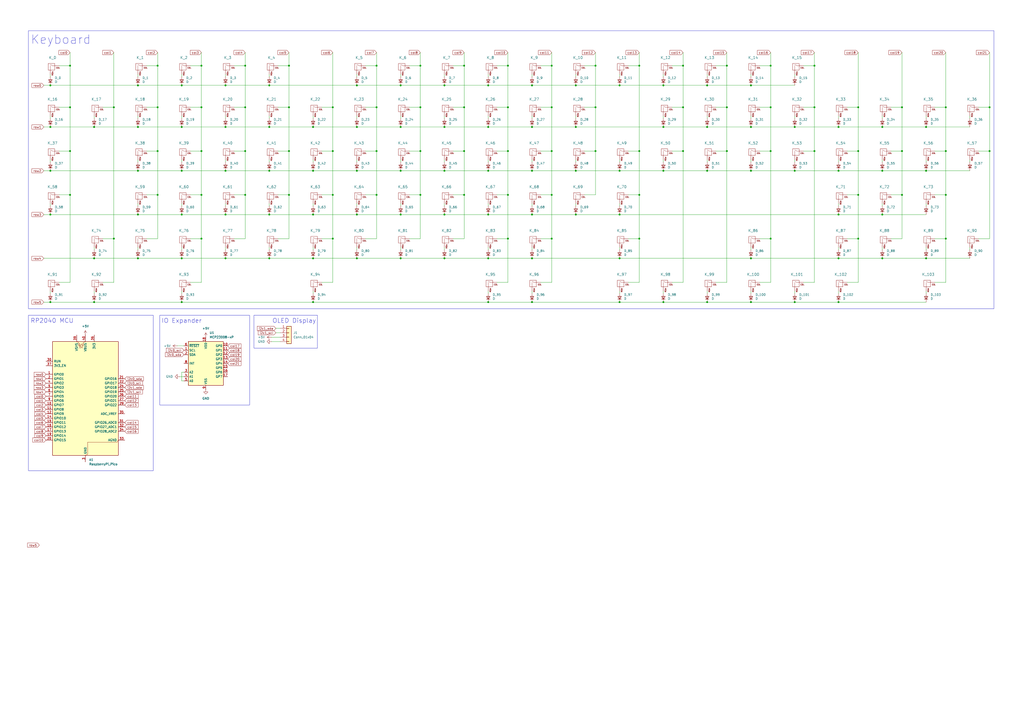
<source format=kicad_sch>
(kicad_sch (version 20250114) (generator "eeschema") (generator_version "9.0")
  (paper "A2")
  (rectangle (start 16.51 182.88) (end 88.9 273.05))
  (rectangle (start 147.32 182.88) (end 184.15 201.93))
  (rectangle (start 16.51 17.78) (end 576.58 179.07))
  (rectangle (start 92.71 182.88) (end 144.78 234.95))
  (text "Keyboard" (at 35.306 23.114 0) (effects (font (size 5.08 5.08))))
  (text "IO Expander" (at 105.41 186.182 0) (effects (font (size 2.54 2.54))))
  (text "RP2040 MCU" (at 30.226 186.182 0) (effects (font (size 2.54 2.54))))
  (text "OLED Display\n" (at 170.688 186.182 0) (effects (font (size 2.54 2.54))))
  (junction (at 243.84 62.23))
  (junction (at 283.21 124.46))
  (junction (at 497.84 87.63))
  (junction (at 283.21 99.06))
  (junction (at 396.24 87.63))
  (junction (at 548.64 113.03))
  (junction (at 40.64 87.63))
  (junction (at 345.44 38.1))
  (junction (at 80.01 149.86))
  (junction (at 345.44 87.63))
  (junction (at 29.21 99.06))
  (junction (at 461.01 175.26))
  (junction (at 320.04 62.23))
  (junction (at 435.61 149.86))
  (junction (at 294.64 138.43))
  (junction (at 548.64 138.43))
  (junction (at 410.21 73.66))
  (junction (at 283.21 49.53))
  (junction (at 359.41 149.86))
  (junction (at 359.41 175.26))
  (junction (at 207.01 149.86))
  (junction (at 269.24 38.1))
  (junction (at 384.81 49.53))
  (junction (at 29.21 124.46))
  (junction (at 359.41 49.53))
  (junction (at 91.44 87.63))
  (junction (at 91.44 38.1))
  (junction (at 320.04 138.43))
  (junction (at 486.41 99.06))
  (junction (at 232.41 149.86))
  (junction (at 497.84 113.03))
  (junction (at 320.04 38.1))
  (junction (at 116.84 62.23))
  (junction (at 29.21 175.26))
  (junction (at 308.61 49.53))
  (junction (at 384.81 73.66))
  (junction (at 181.61 175.26))
  (junction (at 472.44 38.1))
  (junction (at 548.64 87.63))
  (junction (at 105.41 124.46))
  (junction (at 334.01 73.66))
  (junction (at 370.84 113.03))
  (junction (at 497.84 62.23))
  (junction (at 232.41 49.53))
  (junction (at 156.21 149.86))
  (junction (at 384.81 175.26))
  (junction (at 320.04 113.03))
  (junction (at 486.41 149.86))
  (junction (at 334.01 124.46))
  (junction (at 370.84 87.63))
  (junction (at 193.04 113.03))
  (junction (at 130.81 149.86))
  (junction (at 232.41 124.46))
  (junction (at 269.24 113.03))
  (junction (at 486.41 73.66))
  (junction (at 269.24 62.23))
  (junction (at 218.44 62.23))
  (junction (at 511.81 149.86))
  (junction (at 218.44 38.1))
  (junction (at 193.04 87.63))
  (junction (at 447.04 62.23))
  (junction (at 359.41 99.06))
  (junction (at 116.84 138.43))
  (junction (at 80.01 124.46))
  (junction (at 421.64 87.63))
  (junction (at 54.61 175.26))
  (junction (at 537.21 99.06))
  (junction (at 320.04 87.63))
  (junction (at 80.01 99.06))
  (junction (at 54.61 73.66))
  (junction (at 294.64 87.63))
  (junction (at 257.81 124.46))
  (junction (at 193.04 138.43))
  (junction (at 232.41 73.66))
  (junction (at 105.41 49.53))
  (junction (at 435.61 49.53))
  (junction (at 167.64 38.1))
  (junction (at 308.61 99.06))
  (junction (at 461.01 73.66))
  (junction (at 91.44 113.03))
  (junction (at 334.01 49.53))
  (junction (at 142.24 87.63))
  (junction (at 156.21 99.06))
  (junction (at 435.61 73.66))
  (junction (at 574.04 87.63))
  (junction (at 435.61 99.06))
  (junction (at 181.61 149.86))
  (junction (at 308.61 149.86))
  (junction (at 207.01 124.46))
  (junction (at 537.21 149.86))
  (junction (at 156.21 73.66))
  (junction (at 142.24 62.23))
  (junction (at 105.41 175.26))
  (junction (at 294.64 113.03))
  (junction (at 40.64 62.23))
  (junction (at 181.61 73.66))
  (junction (at 497.84 138.43))
  (junction (at 574.04 62.23))
  (junction (at 269.24 87.63))
  (junction (at 472.44 87.63))
  (junction (at 105.41 99.06))
  (junction (at 207.01 73.66))
  (junction (at 396.24 62.23))
  (junction (at 40.64 38.1))
  (junction (at 218.44 113.03))
  (junction (at 243.84 113.03))
  (junction (at 257.81 99.06))
  (junction (at 283.21 175.26))
  (junction (at 523.24 87.63))
  (junction (at 193.04 62.23))
  (junction (at 523.24 113.03))
  (junction (at 472.44 62.23))
  (junction (at 80.01 73.66))
  (junction (at 29.21 73.66))
  (junction (at 294.64 38.1))
  (junction (at 130.81 124.46))
  (junction (at 142.24 38.1))
  (junction (at 54.61 149.86))
  (junction (at 105.41 73.66))
  (junction (at 511.81 99.06))
  (junction (at 370.84 138.43))
  (junction (at 486.41 124.46))
  (junction (at 345.44 62.23))
  (junction (at 396.24 38.1))
  (junction (at 243.84 87.63))
  (junction (at 523.24 62.23))
  (junction (at 130.81 99.06))
  (junction (at 116.84 113.03))
  (junction (at 447.04 138.43))
  (junction (at 421.64 38.1))
  (junction (at 116.84 87.63))
  (junction (at 66.04 138.43))
  (junction (at 156.21 49.53))
  (junction (at 283.21 149.86))
  (junction (at 207.01 99.06))
  (junction (at 66.04 62.23))
  (junction (at 142.24 113.03))
  (junction (at 537.21 73.66))
  (junction (at 181.61 124.46))
  (junction (at 257.81 73.66))
  (junction (at 257.81 149.86))
  (junction (at 486.41 175.26))
  (junction (at 130.81 49.53))
  (junction (at 294.64 62.23))
  (junction (at 421.64 62.23))
  (junction (at 511.81 73.66))
  (junction (at 232.41 99.06))
  (junction (at 156.21 124.46))
  (junction (at 308.61 124.46))
  (junction (at 447.04 87.63))
  (junction (at 243.84 38.1))
  (junction (at 447.04 38.1))
  (junction (at 511.81 124.46))
  (junction (at 29.21 49.53))
  (junction (at 167.64 113.03))
  (junction (at 218.44 87.63))
  (junction (at 384.81 99.06))
  (junction (at 308.61 73.66))
  (junction (at 410.21 175.26))
  (junction (at 167.64 62.23))
  (junction (at 461.01 99.06))
  (junction (at 167.64 87.63))
  (junction (at 40.64 113.03))
  (junction (at 308.61 175.26))
  (junction (at 370.84 38.1))
  (junction (at 181.61 99.06))
  (junction (at 207.01 49.53))
  (junction (at 80.01 49.53))
  (junction (at 105.41 149.86))
  (junction (at 334.01 99.06))
  (junction (at 359.41 124.46))
  (junction (at 130.81 73.66))
  (junction (at 116.84 38.1))
  (junction (at 91.44 62.23))
  (junction (at 257.81 49.53))
  (junction (at 435.61 175.26))
  (junction (at 410.21 49.53))
  (junction (at 283.21 73.66))
  (junction (at 548.64 62.23))
  (junction (at 410.21 99.06))
  (wire (pts (xy 283.21 73.66) (xy 308.61 73.66)))
  (wire (pts (xy 34.29 113.03) (xy 40.64 113.03)))
  (wire (pts (xy 181.61 149.86) (xy 207.01 149.86)))
  (wire (pts (xy 161.29 87.63) (xy 167.64 87.63)))
  (wire (pts (xy 308.61 49.53) (xy 334.01 49.53)))
  (wire (pts (xy 237.49 113.03) (xy 243.84 113.03)))
  (wire (pts (xy 283.21 43.18) (xy 283.21 44.45)))
  (wire (pts (xy 116.84 87.63) (xy 116.84 113.03)))
  (wire (pts (xy 181.61 175.26) (xy 283.21 175.26)))
  (wire (pts (xy 410.21 168.91) (xy 410.21 170.18)))
  (wire (pts (xy 472.44 87.63) (xy 472.44 163.83)))
  (wire (pts (xy 511.81 67.31) (xy 511.81 68.58)))
  (wire (pts (xy 384.81 99.06) (xy 410.21 99.06)))
  (wire (pts (xy 461.01 99.06) (xy 486.41 99.06)))
  (wire (pts (xy 320.04 30.48) (xy 320.04 38.1)))
  (wire (pts (xy 29.21 73.66) (xy 54.61 73.66)))
  (wire (pts (xy 359.41 143.51) (xy 359.41 144.78)))
  (wire (pts (xy 207.01 49.53) (xy 232.41 49.53)))
  (wire (pts (xy 516.89 138.43) (xy 523.24 138.43)))
  (wire (pts (xy 283.21 175.26) (xy 308.61 175.26)))
  (wire (pts (xy 294.64 87.63) (xy 294.64 62.23)))
  (wire (pts (xy 359.41 49.53) (xy 384.81 49.53)))
  (wire (pts (xy 435.61 149.86) (xy 486.41 149.86)))
  (wire (pts (xy 334.01 118.11) (xy 334.01 119.38)))
  (wire (pts (xy 511.81 118.11) (xy 511.81 119.38)))
  (wire (pts (xy 193.04 163.83) (xy 193.04 138.43)))
  (wire (pts (xy 364.49 113.03) (xy 370.84 113.03)))
  (wire (pts (xy 283.21 143.51) (xy 283.21 144.78)))
  (wire (pts (xy 130.81 67.31) (xy 130.81 68.58)))
  (wire (pts (xy 135.89 38.1) (xy 142.24 38.1)))
  (wire (pts (xy 308.61 92.71) (xy 308.61 93.98)))
  (wire (pts (xy 497.84 87.63) (xy 497.84 113.03)))
  (wire (pts (xy 29.21 118.11) (xy 29.21 119.38)))
  (wire (pts (xy 574.04 30.48) (xy 574.04 62.23)))
  (wire (pts (xy 384.81 175.26) (xy 410.21 175.26)))
  (wire (pts (xy 142.24 138.43) (xy 142.24 113.03)))
  (wire (pts (xy 308.61 175.26) (xy 359.41 175.26)))
  (wire (pts (xy 308.61 118.11) (xy 308.61 119.38)))
  (wire (pts (xy 320.04 38.1) (xy 320.04 62.23)))
  (wire (pts (xy 105.41 73.66) (xy 130.81 73.66)))
  (wire (pts (xy 29.21 49.53) (xy 80.01 49.53)))
  (wire (pts (xy 283.21 49.53) (xy 308.61 49.53)))
  (wire (pts (xy 91.44 87.63) (xy 91.44 113.03)))
  (wire (pts (xy 537.21 92.71) (xy 537.21 93.98)))
  (wire (pts (xy 34.29 38.1) (xy 40.64 38.1)))
  (wire (pts (xy 25.4 124.46) (xy 29.21 124.46)))
  (wire (pts (xy 25.4 175.26) (xy 29.21 175.26)))
  (wire (pts (xy 218.44 87.63) (xy 218.44 62.23)))
  (wire (pts (xy 91.44 38.1) (xy 91.44 62.23)))
  (wire (pts (xy 486.41 99.06) (xy 511.81 99.06)))
  (wire (pts (xy 80.01 67.31) (xy 80.01 68.58)))
  (wire (pts (xy 447.04 38.1) (xy 447.04 62.23)))
  (wire (pts (xy 105.41 168.91) (xy 105.41 170.18)))
  (wire (pts (xy 25.4 73.66) (xy 29.21 73.66)))
  (wire (pts (xy 243.84 138.43) (xy 243.84 113.03)))
  (wire (pts (xy 167.64 30.48) (xy 167.64 38.1)))
  (wire (pts (xy 232.41 124.46) (xy 257.81 124.46)))
  (wire (pts (xy 40.64 87.63) (xy 40.64 62.23)))
  (wire (pts (xy 102.87 200.66) (xy 106.68 200.66)))
  (wire (pts (xy 486.41 168.91) (xy 486.41 170.18)))
  (wire (pts (xy 548.64 62.23) (xy 548.64 87.63)))
  (wire (pts (xy 218.44 138.43) (xy 218.44 113.03)))
  (wire (pts (xy 294.64 30.48) (xy 294.64 38.1)))
  (wire (pts (xy 359.41 43.18) (xy 359.41 44.45)))
  (wire (pts (xy 142.24 30.48) (xy 142.24 38.1)))
  (wire (pts (xy 562.61 143.51) (xy 562.61 144.78)))
  (wire (pts (xy 156.21 92.71) (xy 156.21 93.98)))
  (wire (pts (xy 156.21 67.31) (xy 156.21 68.58)))
  (wire (pts (xy 567.69 62.23) (xy 574.04 62.23)))
  (wire (pts (xy 288.29 138.43) (xy 294.64 138.43)))
  (wire (pts (xy 262.89 62.23) (xy 269.24 62.23)))
  (wire (pts (xy 193.04 30.48) (xy 193.04 62.23)))
  (wire (pts (xy 389.89 62.23) (xy 396.24 62.23)))
  (wire (pts (xy 29.21 175.26) (xy 54.61 175.26)))
  (wire (pts (xy 157.48 198.12) (xy 162.56 198.12)))
  (wire (pts (xy 232.41 118.11) (xy 232.41 119.38)))
  (wire (pts (xy 511.81 73.66) (xy 537.21 73.66)))
  (wire (pts (xy 218.44 87.63) (xy 218.44 113.03)))
  (wire (pts (xy 269.24 30.48) (xy 269.24 38.1)))
  (wire (pts (xy 447.04 87.63) (xy 447.04 138.43)))
  (wire (pts (xy 160.02 190.5) (xy 162.56 190.5)))
  (wire (pts (xy 345.44 38.1) (xy 345.44 62.23)))
  (wire (pts (xy 389.89 163.83) (xy 396.24 163.83)))
  (wire (pts (xy 294.64 163.83) (xy 294.64 138.43)))
  (wire (pts (xy 384.81 67.31) (xy 384.81 68.58)))
  (wire (pts (xy 421.64 30.48) (xy 421.64 38.1)))
  (wire (pts (xy 410.21 43.18) (xy 410.21 44.45)))
  (wire (pts (xy 548.64 87.63) (xy 548.64 113.03)))
  (wire (pts (xy 106.68 215.9) (xy 105.41 215.9)))
  (wire (pts (xy 370.84 38.1) (xy 370.84 87.63)))
  (wire (pts (xy 29.21 92.71) (xy 29.21 93.98)))
  (wire (pts (xy 334.01 67.31) (xy 334.01 68.58)))
  (wire (pts (xy 160.02 193.04) (xy 162.56 193.04)))
  (wire (pts (xy 80.01 99.06) (xy 105.41 99.06)))
  (wire (pts (xy 130.81 118.11) (xy 130.81 119.38)))
  (wire (pts (xy 435.61 92.71) (xy 435.61 93.98)))
  (wire (pts (xy 359.41 168.91) (xy 359.41 170.18)))
  (wire (pts (xy 461.01 73.66) (xy 486.41 73.66)))
  (wire (pts (xy 410.21 99.06) (xy 435.61 99.06)))
  (wire (pts (xy 181.61 67.31) (xy 181.61 68.58)))
  (wire (pts (xy 384.81 49.53) (xy 410.21 49.53)))
  (wire (pts (xy 157.48 195.58) (xy 162.56 195.58)))
  (wire (pts (xy 308.61 43.18) (xy 308.61 44.45)))
  (wire (pts (xy 283.21 124.46) (xy 308.61 124.46)))
  (wire (pts (xy 516.89 113.03) (xy 523.24 113.03)))
  (wire (pts (xy 447.04 87.63) (xy 447.04 62.23)))
  (wire (pts (xy 91.44 30.48) (xy 91.44 38.1)))
  (wire (pts (xy 415.29 163.83) (xy 421.64 163.83)))
  (wire (pts (xy 29.21 43.18) (xy 29.21 44.45)))
  (wire (pts (xy 294.64 138.43) (xy 294.64 113.03)))
  (wire (pts (xy 54.61 149.86) (xy 80.01 149.86)))
  (wire (pts (xy 167.64 87.63) (xy 167.64 113.03)))
  (wire (pts (xy 516.89 87.63) (xy 523.24 87.63)))
  (wire (pts (xy 486.41 92.71) (xy 486.41 93.98)))
  (wire (pts (xy 339.09 87.63) (xy 345.44 87.63)))
  (wire (pts (xy 370.84 163.83) (xy 370.84 138.43)))
  (wire (pts (xy 116.84 30.48) (xy 116.84 38.1)))
  (wire (pts (xy 80.01 49.53) (xy 105.41 49.53)))
  (wire (pts (xy 359.41 149.86) (xy 435.61 149.86)))
  (wire (pts (xy 283.21 149.86) (xy 308.61 149.86)))
  (wire (pts (xy 130.81 99.06) (xy 156.21 99.06)))
  (wire (pts (xy 186.69 163.83) (xy 193.04 163.83)))
  (wire (pts (xy 212.09 38.1) (xy 218.44 38.1)))
  (wire (pts (xy 364.49 163.83) (xy 370.84 163.83)))
  (wire (pts (xy 359.41 175.26) (xy 384.81 175.26)))
  (wire (pts (xy 435.61 73.66) (xy 461.01 73.66)))
  (wire (pts (xy 548.64 163.83) (xy 548.64 138.43)))
  (wire (pts (xy 257.81 92.71) (xy 257.81 93.98)))
  (wire (pts (xy 410.21 67.31) (xy 410.21 68.58)))
  (wire (pts (xy 257.81 67.31) (xy 257.81 68.58)))
  (wire (pts (xy 562.61 92.71) (xy 562.61 93.98)))
  (wire (pts (xy 410.21 49.53) (xy 435.61 49.53)))
  (wire (pts (xy 466.09 38.1) (xy 472.44 38.1)))
  (wire (pts (xy 54.61 168.91) (xy 54.61 170.18)))
  (wire (pts (xy 110.49 87.63) (xy 116.84 87.63)))
  (wire (pts (xy 548.64 138.43) (xy 548.64 113.03)))
  (wire (pts (xy 308.61 73.66) (xy 334.01 73.66)))
  (wire (pts (xy 308.61 149.86) (xy 359.41 149.86)))
  (wire (pts (xy 130.81 49.53) (xy 156.21 49.53)))
  (wire (pts (xy 212.09 62.23) (xy 218.44 62.23)))
  (wire (pts (xy 415.29 38.1) (xy 421.64 38.1)))
  (wire (pts (xy 283.21 118.11) (xy 283.21 119.38)))
  (wire (pts (xy 207.01 43.18) (xy 207.01 44.45)))
  (wire (pts (xy 156.21 124.46) (xy 181.61 124.46)))
  (wire (pts (xy 491.49 138.43) (xy 497.84 138.43)))
  (wire (pts (xy 207.01 73.66) (xy 232.41 73.66)))
  (wire (pts (xy 257.81 73.66) (xy 283.21 73.66)))
  (wire (pts (xy 116.84 163.83) (xy 116.84 138.43)))
  (wire (pts (xy 511.81 99.06) (xy 537.21 99.06)))
  (wire (pts (xy 523.24 87.63) (xy 523.24 113.03)))
  (wire (pts (xy 237.49 38.1) (xy 243.84 38.1)))
  (wire (pts (xy 516.89 62.23) (xy 523.24 62.23)))
  (wire (pts (xy 25.4 149.86) (xy 54.61 149.86)))
  (wire (pts (xy 308.61 124.46) (xy 334.01 124.46)))
  (wire (pts (xy 237.49 138.43) (xy 243.84 138.43)))
  (wire (pts (xy 110.49 62.23) (xy 116.84 62.23)))
  (wire (pts (xy 105.41 49.53) (xy 130.81 49.53)))
  (wire (pts (xy 135.89 87.63) (xy 142.24 87.63)))
  (wire (pts (xy 243.84 87.63) (xy 243.84 113.03)))
  (wire (pts (xy 243.84 30.48) (xy 243.84 38.1)))
  (wire (pts (xy 542.29 62.23) (xy 548.64 62.23)))
  (wire (pts (xy 537.21 143.51) (xy 537.21 144.78)))
  (wire (pts (xy 130.81 43.18) (xy 130.81 44.45)))
  (wire (pts (xy 105.41 143.51) (xy 105.41 144.78)))
  (wire (pts (xy 472.44 30.48) (xy 472.44 38.1)))
  (wire (pts (xy 34.29 87.63) (xy 40.64 87.63)))
  (wire (pts (xy 156.21 143.51) (xy 156.21 144.78)))
  (wire (pts (xy 59.69 163.83) (xy 66.04 163.83)))
  (wire (pts (xy 105.41 67.31) (xy 105.41 68.58)))
  (wire (pts (xy 359.41 124.46) (xy 486.41 124.46)))
  (wire (pts (xy 288.29 113.03) (xy 294.64 113.03)))
  (wire (pts (xy 80.01 73.66) (xy 105.41 73.66)))
  (wire (pts (xy 207.01 149.86) (xy 232.41 149.86)))
  (wire (pts (xy 461.01 168.91) (xy 461.01 170.18)))
  (wire (pts (xy 435.61 175.26) (xy 461.01 175.26)))
  (wire (pts (xy 283.21 99.06) (xy 308.61 99.06)))
  (wire (pts (xy 105.41 118.11) (xy 105.41 119.38)))
  (wire (pts (xy 542.29 138.43) (xy 548.64 138.43)))
  (wire (pts (xy 440.69 163.83) (xy 447.04 163.83)))
  (wire (pts (xy 59.69 62.23) (xy 66.04 62.23)))
  (wire (pts (xy 288.29 87.63) (xy 294.64 87.63)))
  (wire (pts (xy 232.41 149.86) (xy 257.81 149.86)))
  (wire (pts (xy 466.09 87.63) (xy 472.44 87.63)))
  (wire (pts (xy 435.61 99.06) (xy 461.01 99.06)))
  (wire (pts (xy 466.09 163.83) (xy 472.44 163.83)))
  (wire (pts (xy 384.81 92.71) (xy 384.81 93.98)))
  (wire (pts (xy 523.24 30.48) (xy 523.24 62.23)))
  (wire (pts (xy 232.41 49.53) (xy 257.81 49.53)))
  (wire (pts (xy 80.01 149.86) (xy 105.41 149.86)))
  (wire (pts (xy 193.04 87.63) (xy 193.04 113.03)))
  (wire (pts (xy 269.24 38.1) (xy 269.24 62.23)))
  (wire (pts (xy 167.64 87.63) (xy 167.64 62.23)))
  (wire (pts (xy 320.04 87.63) (xy 320.04 62.23)))
  (wire (pts (xy 232.41 73.66) (xy 257.81 73.66)))
  (wire (pts (xy 313.69 163.83) (xy 320.04 163.83)))
  (wire (pts (xy 105.41 215.9) (xy 105.41 220.98)))
  (wire (pts (xy 396.24 30.48) (xy 396.24 38.1)))
  (wire (pts (xy 142.24 87.63) (xy 142.24 62.23)))
  (wire (pts (xy 186.69 87.63) (xy 193.04 87.63)))
  (wire (pts (xy 486.41 124.46) (xy 511.81 124.46)))
  (wire (pts (xy 161.29 38.1) (xy 167.64 38.1)))
  (wire (pts (xy 440.69 38.1) (xy 447.04 38.1)))
  (wire (pts (xy 257.81 49.53) (xy 283.21 49.53)))
  (wire (pts (xy 66.04 30.48) (xy 66.04 62.23)))
  (wire (pts (xy 40.64 87.63) (xy 40.64 113.03)))
  (wire (pts (xy 181.61 168.91) (xy 181.61 170.18)))
  (wire (pts (xy 105.41 175.26) (xy 181.61 175.26)))
  (wire (pts (xy 396.24 87.63) (xy 396.24 163.83)))
  (wire (pts (xy 542.29 113.03) (xy 548.64 113.03)))
  (wire (pts (xy 54.61 67.31) (xy 54.61 68.58)))
  (wire (pts (xy 384.81 168.91) (xy 384.81 170.18)))
  (wire (pts (xy 283.21 168.91) (xy 283.21 170.18)))
  (wire (pts (xy 167.64 138.43) (xy 167.64 113.03)))
  (wire (pts (xy 435.61 49.53) (xy 461.01 49.53)))
  (wire (pts (xy 237.49 87.63) (xy 243.84 87.63)))
  (wire (pts (xy 269.24 138.43) (xy 269.24 113.03)))
  (wire (pts (xy 523.24 87.63) (xy 523.24 62.23)))
  (wire (pts (xy 334.01 43.18) (xy 334.01 44.45)))
  (wire (pts (xy 85.09 113.03) (xy 91.44 113.03)))
  (wire (pts (xy 257.81 118.11) (xy 257.81 119.38)))
  (wire (pts (xy 116.84 38.1) (xy 116.84 62.23)))
  (wire (pts (xy 435.61 43.18) (xy 435.61 44.45)))
  (wire (pts (xy 345.44 87.63) (xy 345.44 62.23)))
  (wire (pts (xy 421.64 87.63) (xy 421.64 163.83)))
  (wire (pts (xy 110.49 138.43) (xy 116.84 138.43)))
  (wire (pts (xy 54.61 73.66) (xy 80.01 73.66)))
  (wire (pts (xy 421.64 38.1) (xy 421.64 62.23)))
  (wire (pts (xy 85.09 38.1) (xy 91.44 38.1)))
  (wire (pts (xy 410.21 175.26) (xy 435.61 175.26)))
  (wire (pts (xy 497.84 163.83) (xy 497.84 138.43)))
  (wire (pts (xy 85.09 62.23) (xy 91.44 62.23)))
  (wire (pts (xy 415.29 62.23) (xy 421.64 62.23)))
  (wire (pts (xy 384.81 73.66) (xy 410.21 73.66)))
  (wire (pts (xy 359.41 99.06) (xy 384.81 99.06)))
  (wire (pts (xy 334.01 124.46) (xy 359.41 124.46)))
  (wire (pts (xy 135.89 113.03) (xy 142.24 113.03)))
  (wire (pts (xy 110.49 113.03) (xy 116.84 113.03)))
  (wire (pts (xy 486.41 143.51) (xy 486.41 144.78)))
  (wire (pts (xy 345.44 87.63) (xy 345.44 113.03)))
  (wire (pts (xy 435.61 168.91) (xy 435.61 170.18)))
  (wire (pts (xy 345.44 30.48) (xy 345.44 38.1)))
  (wire (pts (xy 29.21 124.46) (xy 80.01 124.46)))
  (wire (pts (xy 186.69 62.23) (xy 193.04 62.23)))
  (wire (pts (xy 85.09 87.63) (xy 91.44 87.63)))
  (wire (pts (xy 511.81 143.51) (xy 511.81 144.78)))
  (wire (pts (xy 288.29 62.23) (xy 294.64 62.23)))
  (wire (pts (xy 313.69 113.03) (xy 320.04 113.03)))
  (wire (pts (xy 212.09 87.63) (xy 218.44 87.63)))
  (wire (pts (xy 29.21 99.06) (xy 80.01 99.06)))
  (wire (pts (xy 212.09 138.43) (xy 218.44 138.43)))
  (wire (pts (xy 486.41 73.66) (xy 511.81 73.66)))
  (wire (pts (xy 461.01 175.26) (xy 486.41 175.26)))
  (wire (pts (xy 80.01 43.18) (xy 80.01 44.45)))
  (wire (pts (xy 130.81 149.86) (xy 156.21 149.86)))
  (wire (pts (xy 181.61 124.46) (xy 207.01 124.46)))
  (wire (pts (xy 370.84 30.48) (xy 370.84 38.1)))
  (wire (pts (xy 110.49 38.1) (xy 116.84 38.1)))
  (wire (pts (xy 181.61 118.11) (xy 181.61 119.38)))
  (wire (pts (xy 193.04 138.43) (xy 193.04 113.03)))
  (wire (pts (xy 283.21 67.31) (xy 283.21 68.58)))
  (wire (pts (xy 105.41 99.06) (xy 130.81 99.06)))
  (wire (pts (xy 212.09 113.03) (xy 218.44 113.03)))
  (wire (pts (xy 257.81 43.18) (xy 257.81 44.45)))
  (wire (pts (xy 384.81 43.18) (xy 384.81 44.45)))
  (wire (pts (xy 269.24 87.63) (xy 269.24 113.03)))
  (wire (pts (xy 207.01 124.46) (xy 232.41 124.46)))
  (wire (pts (xy 288.29 38.1) (xy 294.64 38.1)))
  (wire (pts (xy 308.61 67.31) (xy 308.61 68.58)))
  (wire (pts (xy 257.81 149.86) (xy 283.21 149.86)))
  (wire (pts (xy 283.21 92.71) (xy 283.21 93.98)))
  (wire (pts (xy 574.04 62.23) (xy 574.04 87.63)))
  (wire (pts (xy 66.04 62.23) (xy 66.04 138.43)))
  (wire (pts (xy 486.41 67.31) (xy 486.41 68.58)))
  (wire (pts (xy 142.24 87.63) (xy 142.24 113.03)))
  (wire (pts (xy 364.49 138.43) (xy 370.84 138.43)))
  (wire (pts (xy 257.81 99.06) (xy 283.21 99.06)))
  (wire (pts (xy 243.84 38.1) (xy 243.84 62.23)))
  (wire (pts (xy 486.41 118.11) (xy 486.41 119.38)))
  (wire (pts (xy 91.44 87.63) (xy 91.44 62.23)))
  (wire (pts (xy 339.09 38.1) (xy 345.44 38.1)))
  (wire (pts (xy 440.69 87.63) (xy 447.04 87.63)))
  (wire (pts (xy 232.41 92.71) (xy 232.41 93.98)))
  (wire (pts (xy 80.01 143.51) (xy 80.01 144.78)))
  (wire (pts (xy 542.29 163.83) (xy 548.64 163.83)))
  (wire (pts (xy 262.89 113.03) (xy 269.24 113.03)))
  (wire (pts (xy 156.21 118.11) (xy 156.21 119.38)))
  (wire (pts (xy 85.09 138.43) (xy 91.44 138.43)))
  (wire (pts (xy 410.21 73.66) (xy 435.61 73.66)))
  (wire (pts (xy 396.24 62.23) (xy 396.24 87.63)))
  (wire (pts (xy 461.01 43.18) (xy 461.01 44.45)))
  (wire (pts (xy 421.64 62.23) (xy 421.64 87.63)))
  (wire (pts (xy 80.01 92.71) (xy 80.01 93.98)))
  (wire (pts (xy 232.41 143.51) (xy 232.41 144.78)))
  (wire (pts (xy 80.01 124.46) (xy 105.41 124.46)))
  (wire (pts (xy 105.41 43.18) (xy 105.41 44.45)))
  (wire (pts (xy 181.61 92.71) (xy 181.61 93.98)))
  (wire (pts (xy 130.81 143.51) (xy 130.81 144.78)))
  (wire (pts (xy 320.04 163.83) (xy 320.04 138.43)))
  (wire (pts (xy 313.69 62.23) (xy 320.04 62.23)))
  (wire (pts (xy 269.24 62.23) (xy 269.24 87.63)))
  (wire (pts (xy 497.84 30.48) (xy 497.84 62.23)))
  (wire (pts (xy 29.21 168.91) (xy 29.21 170.18)))
  (wire (pts (xy 537.21 73.66) (xy 562.61 73.66)))
  (wire (pts (xy 511.81 92.71) (xy 511.81 93.98)))
  (wire (pts (xy 491.49 113.03) (xy 497.84 113.03)))
  (wire (pts (xy 130.81 92.71) (xy 130.81 93.98)))
  (wire (pts (xy 54.61 175.26) (xy 105.41 175.26)))
  (wire (pts (xy 491.49 163.83) (xy 497.84 163.83)))
  (wire (pts (xy 40.64 38.1) (xy 40.64 62.23)))
  (wire (pts (xy 142.24 38.1) (xy 142.24 62.23)))
  (wire (pts (xy 288.29 163.83) (xy 294.64 163.83)))
  (wire (pts (xy 294.64 87.63) (xy 294.64 113.03)))
  (wire (pts (xy 110.49 163.83) (xy 116.84 163.83)))
  (wire (pts (xy 567.69 87.63) (xy 574.04 87.63)))
  (wire (pts (xy 156.21 43.18) (xy 156.21 44.45)))
  (wire (pts (xy 181.61 73.66) (xy 207.01 73.66)))
  (wire (pts (xy 308.61 143.51) (xy 308.61 144.78)))
  (wire (pts (xy 34.29 163.83) (xy 40.64 163.83)))
  (wire (pts (xy 105.41 149.86) (xy 130.81 149.86)))
  (wire (pts (xy 80.01 118.11) (xy 80.01 119.38)))
  (wire (pts (xy 313.69 138.43) (xy 320.04 138.43)))
  (wire (pts (xy 218.44 30.48) (xy 218.44 38.1)))
  (wire (pts (xy 313.69 38.1) (xy 320.04 38.1)))
  (wire (pts (xy 542.29 87.63) (xy 548.64 87.63)))
  (wire (pts (xy 370.84 113.03) (xy 370.84 87.63)))
  (wire (pts (xy 396.24 38.1) (xy 396.24 62.23)))
  (wire (pts (xy 207.01 92.71) (xy 207.01 93.98)))
  (wire (pts (xy 156.21 49.53) (xy 207.01 49.53)))
  (wire (pts (xy 237.49 62.23) (xy 243.84 62.23)))
  (wire (pts (xy 104.14 218.44) (xy 106.68 218.44)))
  (wire (pts (xy 410.21 92.71) (xy 410.21 93.98)))
  (wire (pts (xy 466.09 62.23) (xy 472.44 62.23)))
  (wire (pts (xy 313.69 87.63) (xy 320.04 87.63)))
  (wire (pts (xy 537.21 168.91) (xy 537.21 170.18)))
  (wire (pts (xy 186.69 138.43) (xy 193.04 138.43)))
  (wire (pts (xy 161.29 138.43) (xy 167.64 138.43)))
  (wire (pts (xy 308.61 99.06) (xy 334.01 99.06)))
  (wire (pts (xy 156.21 149.86) (xy 181.61 149.86)))
  (wire (pts (xy 320.04 87.63) (xy 320.04 113.03)))
  (wire (pts (xy 257.81 143.51) (xy 257.81 144.78)))
  (wire (pts (xy 207.01 118.11) (xy 207.01 119.38)))
  (wire (pts (xy 40.64 30.48) (xy 40.64 38.1)))
  (wire (pts (xy 486.41 175.26) (xy 537.21 175.26)))
  (wire (pts (xy 370.84 113.03) (xy 370.84 138.43)))
  (wire (pts (xy 262.89 87.63) (xy 269.24 87.63)))
  (wire (pts (xy 59.69 138.43) (xy 66.04 138.43)))
  (wire (pts (xy 161.29 62.23) (xy 167.64 62.23)))
  (wire (pts (xy 562.61 67.31) (xy 562.61 68.58)))
  (wire (pts (xy 262.89 38.1) (xy 269.24 38.1)))
  (wire (pts (xy 339.09 113.03) (xy 345.44 113.03)))
  (wire (pts (xy 40.64 163.83) (xy 40.64 113.03)))
  (wire (pts (xy 116.84 138.43) (xy 116.84 113.03)))
  (wire (pts (xy 435.61 67.31) (xy 435.61 68.58)))
  (wire (pts (xy 472.44 87.63) (xy 472.44 62.23)))
  (wire (pts (xy 447.04 163.83) (xy 447.04 138.43)))
  (wire (pts (xy 167.64 38.1) (xy 167.64 62.23)))
  (wire (pts (xy 105.41 92.71) (xy 105.41 93.98)))
  (wire (pts (xy 447.04 30.48) (xy 447.04 38.1)))
  (wire (pts (xy 537.21 99.06) (xy 562.61 99.06)))
  (wire (pts (xy 116.84 62.23) (xy 116.84 87.63)))
  (wire (pts (xy 567.69 138.43) (xy 574.04 138.43)))
  (wire (pts (xy 440.69 138.43) (xy 447.04 138.43)))
  (wire (pts (xy 461.01 67.31) (xy 461.01 68.58)))
  (wire (pts (xy 156.21 99.06) (xy 181.61 99.06)))
  (wire (pts (xy 491.49 62.23) (xy 497.84 62.23)))
  (wire (pts (xy 537.21 67.31) (xy 537.21 68.58)))
  (wire (pts (xy 339.09 62.23) (xy 345.44 62.23)))
  (wire (pts (xy 359.41 92.71) (xy 359.41 93.98)))
  (wire (pts (xy 389.89 87.63) (xy 396.24 87.63)))
  (wire (pts (xy 486.41 149.86) (xy 511.81 149.86)))
  (wire (pts (xy 435.61 143.51) (xy 435.61 144.78)))
  (wire (pts (xy 232.41 67.31) (xy 232.41 68.58)))
  (wire (pts (xy 186.69 113.03) (xy 193.04 113.03)))
  (wire (pts (xy 257.81 124.46) (xy 283.21 124.46)))
  (wire (pts (xy 334.01 92.71) (xy 334.01 93.98)))
  (wire (pts (xy 497.84 62.23) (xy 497.84 87.63)))
  (wire (pts (xy 523.24 138.43) (xy 523.24 113.03)))
  (wire (pts (xy 135.89 138.43) (xy 142.24 138.43)))
  (wire (pts (xy 511.81 149.86) (xy 537.21 149.86)))
  (wire (pts (xy 25.4 99.06) (xy 29.21 99.06)))
  (wire (pts (xy 91.44 138.43) (xy 91.44 113.03)))
  (wire (pts (xy 161.29 113.03) (xy 167.64 113.03)))
  (wire (pts (xy 207.01 67.31) (xy 207.01 68.58)))
  (wire (pts (xy 537.21 118.11) (xy 537.21 119.38)))
  (wire (pts (xy 181.61 99.06) (xy 207.01 99.06)))
  (wire (pts (xy 334.01 49.53) (xy 359.41 49.53)))
  (wire (pts (xy 461.01 92.71) (xy 461.01 93.98)))
  (wire (pts (xy 54.61 143.51) (xy 54.61 144.78)))
  (wire (pts (xy 29.21 67.31) (xy 29.21 68.58)))
  (wire (pts (xy 334.01 73.66) (xy 384.81 73.66)))
  (wire (pts (xy 130.81 124.46) (xy 156.21 124.46)))
  (wire (pts (xy 574.04 87.63) (xy 574.04 138.43)))
  (wire (pts (xy 105.41 220.98) (xy 106.68 220.98)))
  (wire (pts (xy 472.44 38.1) (xy 472.44 62.23)))
  (wire (pts (xy 537.21 149.86) (xy 562.61 149.86)))
  (wire (pts (xy 320.04 138.43) (xy 320.04 113.03)))
  (wire (pts (xy 66.04 163.83) (xy 66.04 138.43)))
  (wire (pts (xy 359.41 118.11) (xy 359.41 119.38)))
  (wire (pts (xy 34.29 62.23) (xy 40.64 62.23)))
  (wire (pts (xy 218.44 38.1) (xy 218.44 62.23)))
  (wire (pts (xy 497.84 138.43) (xy 497.84 113.03)))
  (wire (pts (xy 364.49 87.63) (xy 370.84 87.63)))
  (wire (pts (xy 440.69 62.23) (xy 447.04 62.23)))
  (wire (pts (xy 243.84 87.63) (xy 243.84 62.23)))
  (wire (pts (xy 548.64 30.48) (xy 548.64 62.23)))
  (wire (pts (xy 389.89 38.1) (xy 396.24 38.1)))
  (wire (pts (xy 334.01 99.06) (xy 359.41 99.06)))
  (wire (pts (xy 364.49 38.1) (xy 370.84 38.1)))
  (wire (pts (xy 491.49 87.63) (xy 497.84 87.63)))
  (wire (pts (xy 156.21 73.66) (xy 181.61 73.66)))
  (wire (pts (xy 308.61 168.91) (xy 308.61 170.18)))
  (wire (pts (xy 135.89 62.23) (xy 142.24 62.23)))
  (wire (pts (xy 25.4 49.53) (xy 29.21 49.53)))
  (wire (pts (xy 415.29 87.63) (xy 421.64 87.63)))
  (wire (pts (xy 207.01 99.06) (xy 232.41 99.06)))
  (wire (pts (xy 511.81 124.46) (xy 537.21 124.46)))
  (wire (pts (xy 130.81 73.66) (xy 156.21 73.66)))
  (wire (pts (xy 294.64 38.1) (xy 294.64 62.23)))
  (wire (pts (xy 262.89 138.43) (xy 269.24 138.43)))
  (wire (pts (xy 105.41 124.46) (xy 130.81 124.46)))
  (wire (pts (xy 181.61 143.51) (xy 181.61 144.78)))
  (wire (pts (xy 232.41 43.18) (xy 232.41 44.45)))
  (wire (pts (xy 193.04 87.63) (xy 193.04 62.23)))
  (wire (pts (xy 207.01 143.51) (xy 207.01 144.78)))
  (wire (pts (xy 232.41 99.06) (xy 257.81 99.06)))
  (global_label "col3" (shape input) (at 116.84 30.48 180) (property "Intersheetrefs" "${INTERSHEET_REFS}" (effects (hide yes))))
  (global_label "col8" (shape input) (at 26.67 250.19 180) (property "Intersheetrefs" "${INTERSHEET_REFS}" (effects (hide yes))))
  (global_label "col18" (shape input) (at 132.08 203.2 0) (property "Intersheetrefs" "${INTERSHEET_REFS}" (effects (hide yes))))
  (global_label "col12" (shape input) (at 345.44 30.48 180) (property "Intersheetrefs" "${INTERSHEET_REFS}" (effects (hide yes))))
  (global_label "col16" (shape input) (at 72.39 250.19 0) (property "Intersheetrefs" "${INTERSHEET_REFS}" (effects (hide yes))))
  (global_label "row4" (shape input) (at 26.67 227.33 180) (property "Intersheetrefs" "${INTERSHEET_REFS}" (effects (hide yes))))
  (global_label "col7" (shape input) (at 218.44 30.48 180) (property "Intersheetrefs" "${INTERSHEET_REFS}" (effects (hide yes))))
  (global_label "col20" (shape input) (at 132.08 208.28 0) (property "Intersheetrefs" "${INTERSHEET_REFS}" (effects (hide yes))))
  (global_label "col15" (shape input) (at 421.64 30.48 180) (property "Intersheetrefs" "${INTERSHEET_REFS}" (effects (hide yes))))
  (global_label "row4" (shape input) (at 25.4 149.86 180) (property "Intersheetrefs" "${INTERSHEET_REFS}" (effects (hide yes))))
  (global_label "i2c1_scl" (shape input) (at 160.02 193.04 180) (property "Intersheetrefs" "${INTERSHEET_REFS}" (effects (hide yes))))
  (global_label "row1" (shape input) (at 26.67 219.71 180) (property "Intersheetrefs" "${INTERSHEET_REFS}" (effects (hide yes))))
  (global_label "col19" (shape input) (at 132.08 205.74 0) (property "Intersheetrefs" "${INTERSHEET_REFS}" (effects (hide yes))))
  (global_label "i2c1_scl" (shape input) (at 72.39 227.33 0) (property "Intersheetrefs" "${INTERSHEET_REFS}" (effects (hide yes))))
  (global_label "col14" (shape input) (at 72.39 245.11 0) (property "Intersheetrefs" "${INTERSHEET_REFS}" (effects (hide yes))))
  (global_label "col1" (shape input) (at 26.67 232.41 180) (property "Intersheetrefs" "${INTERSHEET_REFS}" (effects (hide yes))))
  (global_label "i2c1_sda" (shape input) (at 160.02 190.5 180) (property "Intersheetrefs" "${INTERSHEET_REFS}" (effects (hide yes))))
  (global_label "col7" (shape input) (at 26.67 247.65 180) (property "Intersheetrefs" "${INTERSHEET_REFS}" (effects (hide yes))))
  (global_label "col9" (shape input) (at 269.24 30.48 180) (property "Intersheetrefs" "${INTERSHEET_REFS}" (effects (hide yes))))
  (global_label "row2" (shape input) (at 25.4 99.06 180) (property "Intersheetrefs" "${INTERSHEET_REFS}" (effects (hide yes))))
  (global_label "col17" (shape input) (at 132.08 200.66 0) (property "Intersheetrefs" "${INTERSHEET_REFS}" (effects (hide yes))))
  (global_label "i2c0_sda" (shape input) (at 106.68 205.74 180) (property "Intersheetrefs" "${INTERSHEET_REFS}" (effects (hide yes))))
  (global_label "col10" (shape input) (at 294.64 30.48 180) (property "Intersheetrefs" "${INTERSHEET_REFS}" (effects (hide yes))))
  (global_label "col4" (shape input) (at 142.24 30.48 180) (property "Intersheetrefs" "${INTERSHEET_REFS}" (effects (hide yes))))
  (global_label "row1" (shape input) (at 25.4 73.66 180) (property "Intersheetrefs" "${INTERSHEET_REFS}" (effects (hide yes))))
  (global_label "col21" (shape input) (at 574.04 30.48 180) (property "Intersheetrefs" "${INTERSHEET_REFS}" (effects (hide yes))))
  (global_label "col2" (shape input) (at 26.67 234.95 180) (property "Intersheetrefs" "${INTERSHEET_REFS}" (effects (hide yes))))
  (global_label "col4" (shape input) (at 26.67 240.03 180) (property "Intersheetrefs" "${INTERSHEET_REFS}" (effects (hide yes))))
  (global_label "i2c0_scl" (shape input) (at 106.68 203.2 180) (property "Intersheetrefs" "${INTERSHEET_REFS}" (effects (hide yes))))
  (global_label "col11" (shape input) (at 320.04 30.48 180) (property "Intersheetrefs" "${INTERSHEET_REFS}" (effects (hide yes))))
  (global_label "col3" (shape input) (at 26.67 237.49 180) (property "Intersheetrefs" "${INTERSHEET_REFS}" (effects (hide yes))))
  (global_label "col12" (shape input) (at 72.39 232.41 0) (property "Intersheetrefs" "${INTERSHEET_REFS}" (effects (hide yes))))
  (global_label "col17" (shape input) (at 472.44 30.48 180) (property "Intersheetrefs" "${INTERSHEET_REFS}" (effects (hide yes))))
  (global_label "i2c0_scl" (shape input) (at 72.39 222.25 0) (property "Intersheetrefs" "${INTERSHEET_REFS}" (effects (hide yes))))
  (global_label "col16" (shape input) (at 447.04 30.48 180) (property "Intersheetrefs" "${INTERSHEET_REFS}" (effects (hide yes))))
  (global_label "i2c0_sda" (shape input) (at 72.39 219.71 0) (property "Intersheetrefs" "${INTERSHEET_REFS}" (effects (hide yes))))
  (global_label "col14" (shape input) (at 396.24 30.48 180) (property "Intersheetrefs" "${INTERSHEET_REFS}" (effects (hide yes))))
  (global_label "col13" (shape input) (at 370.84 30.48 180) (property "Intersheetrefs" "${INTERSHEET_REFS}" (effects (hide yes))))
  (global_label "col5" (shape input) (at 167.64 30.48 180) (property "Intersheetrefs" "${INTERSHEET_REFS}" (effects (hide yes))))
  (global_label "row3" (shape input) (at 25.4 124.46 180) (property "Intersheetrefs" "${INTERSHEET_REFS}" (effects (hide yes))))
  (global_label "col0" (shape input) (at 40.64 30.48 180) (property "Intersheetrefs" "${INTERSHEET_REFS}" (effects (hide yes))))
  (global_label "col21" (shape input) (at 132.08 210.82 0) (property "Intersheetrefs" "${INTERSHEET_REFS}" (effects (hide yes))))
  (global_label "row2" (shape input) (at 26.67 222.25 180) (property "Intersheetrefs" "${INTERSHEET_REFS}" (effects (hide yes))))
  (global_label "col18" (shape input) (at 497.84 30.48 180) (property "Intersheetrefs" "${INTERSHEET_REFS}" (effects (hide yes))))
  (global_label "i2c1_sda" (shape input) (at 72.39 224.79 0) (property "Intersheetrefs" "${INTERSHEET_REFS}" (effects (hide yes))))
  (global_label "col8" (shape input) (at 243.84 30.48 180) (property "Intersheetrefs" "${INTERSHEET_REFS}" (effects (hide yes))))
  (global_label "col19" (shape input) (at 523.24 30.48 180) (property "Intersheetrefs" "${INTERSHEET_REFS}" (effects (hide yes))))
  (global_label "col20" (shape input) (at 548.64 30.48 180) (property "Intersheetrefs" "${INTERSHEET_REFS}" (effects (hide yes))))
  (global_label "col11" (shape input) (at 72.39 229.87 0) (property "Intersheetrefs" "${INTERSHEET_REFS}" (effects (hide yes))))
  (global_label "col0" (shape input) (at 26.67 229.87 180) (property "Intersheetrefs" "${INTERSHEET_REFS}" (effects (hide yes))))
  (global_label "col6" (shape input) (at 193.04 30.48 180) (property "Intersheetrefs" "${INTERSHEET_REFS}" (effects (hide yes))))
  (global_label "col1" (shape input) (at 66.04 30.48 180) (property "Intersheetrefs" "${INTERSHEET_REFS}" (effects (hide yes))))
  (global_label "col10" (shape input) (at 26.67 255.27 180) (property "Intersheetrefs" "${INTERSHEET_REFS}" (effects (hide yes))))
  (global_label "row0" (shape input) (at 26.67 217.17 180) (property "Intersheetrefs" "${INTERSHEET_REFS}" (effects (hide yes))))
  (global_label "row5" (shape input) (at 25.4 175.26 180) (property "Intersheetrefs" "${INTERSHEET_REFS}" (effects (hide yes))))
  (global_label "col15" (shape input) (at 72.39 247.65 0) (property "Intersheetrefs" "${INTERSHEET_REFS}" (effects (hide yes))))
  (global_label "col2" (shape input) (at 91.44 30.48 180) (property "Intersheetrefs" "${INTERSHEET_REFS}" (effects (hide yes))))
  (global_label "col13" (shape input) (at 72.39 234.95 0) (property "Intersheetrefs" "${INTERSHEET_REFS}" (effects (hide yes))))
  (global_label "row0" (shape input) (at 25.4 49.53 180) (property "Intersheetrefs" "${INTERSHEET_REFS}" (effects (hide yes))))
  (global_label "col9" (shape input) (at 26.67 252.73 180) (property "Intersheetrefs" "${INTERSHEET_REFS}" (effects (hide yes))))
  (global_label "col5" (shape input) (at 26.67 242.57 180) (property "Intersheetrefs" "${INTERSHEET_REFS}" (effects (hide yes))))
  (global_label "col6" (shape input) (at 26.67 245.11 180) (property "Intersheetrefs" "${INTERSHEET_REFS}" (effects (hide yes))))
  (global_label "row5" (shape input) (at 22.86 316.23 180) (property "Intersheetrefs" "${INTERSHEET_REFS}" (effects (hide yes))))
  (global_label "row3" (shape input) (at 26.67 224.79 180) (property "Intersheetrefs" "${INTERSHEET_REFS}" (effects (hide yes))))
  (symbol (lib_id "Device:D_Small") (at 29.21 46.99 90) (unit 1)
    (property "Reference" "D_0" (at 31.75 45.212 90) (effects (justify right)))
    (property "Value" "D" (at 31.75 47.498 90) (effects (justify right)))
    (property "Footprint" "Diode_THT:D_DO-35_SOD27_P7.62mm_Horizontal" (effects (hide yes)))
  )
  (symbol (lib_id "MX_Alps_Hybrid:MX-NoLED") (at 30.48 39.37 0) (unit 1)
    (property "Reference" "K_0" (at 30.48 33.4518 0) (effects (font (size 1.524 1.524))))
    (property "Value" "KEYSW" (effects (hide yes)))
    (property "Footprint" "Button_Switch_Keyboard:SW_Cherry_MX_1.00u_PCB" (effects (hide yes)))
  )
  (symbol (lib_id "Device:D_Small") (at 80.01 46.99 90) (unit 1)
    (property "Reference" "D_1" (at 82.55 45.212 90) (effects (justify right)))
    (property "Value" "D" (at 82.55 47.498 90) (effects (justify right)))
    (property "Footprint" "Diode_THT:D_DO-35_SOD27_P7.62mm_Horizontal" (effects (hide yes)))
  )
  (symbol (lib_id "MX_Alps_Hybrid:MX-NoLED") (at 81.28 39.37 0) (unit 1)
    (property "Reference" "K_1" (at 81.28 33.4518 0) (effects (font (size 1.524 1.524))))
    (property "Value" "KEYSW" (effects (hide yes)))
    (property "Footprint" "Button_Switch_Keyboard:SW_Cherry_MX_1.00u_PCB" (effects (hide yes)))
  )
  (symbol (lib_id "Device:D_Small") (at 105.41 46.99 90) (unit 1)
    (property "Reference" "D_2" (at 107.95 45.212 90) (effects (justify right)))
    (property "Value" "D" (at 107.95 47.498 90) (effects (justify right)))
    (property "Footprint" "Diode_THT:D_DO-35_SOD27_P7.62mm_Horizontal" (effects (hide yes)))
  )
  (symbol (lib_id "MX_Alps_Hybrid:MX-NoLED") (at 106.68 39.37 0) (unit 1)
    (property "Reference" "K_2" (at 106.68 33.4518 0) (effects (font (size 1.524 1.524))))
    (property "Value" "KEYSW" (effects (hide yes)))
    (property "Footprint" "Button_Switch_Keyboard:SW_Cherry_MX_1.00u_PCB" (effects (hide yes)))
  )
  (symbol (lib_id "Device:D_Small") (at 130.81 46.99 90) (unit 1)
    (property "Reference" "D_3" (at 133.35 45.212 90) (effects (justify right)))
    (property "Value" "D" (at 133.35 47.498 90) (effects (justify right)))
    (property "Footprint" "Diode_THT:D_DO-35_SOD27_P7.62mm_Horizontal" (effects (hide yes)))
  )
  (symbol (lib_id "MX_Alps_Hybrid:MX-NoLED") (at 132.08 39.37 0) (unit 1)
    (property "Reference" "K_3" (at 132.08 33.4518 0) (effects (font (size 1.524 1.524))))
    (property "Value" "KEYSW" (effects (hide yes)))
    (property "Footprint" "Button_Switch_Keyboard:SW_Cherry_MX_1.00u_PCB" (effects (hide yes)))
  )
  (symbol (lib_id "Device:D_Small") (at 156.21 46.99 90) (unit 1)
    (property "Reference" "D_4" (at 158.75 45.212 90) (effects (justify right)))
    (property "Value" "D" (at 158.75 47.498 90) (effects (justify right)))
    (property "Footprint" "Diode_THT:D_DO-35_SOD27_P7.62mm_Horizontal" (effects (hide yes)))
  )
  (symbol (lib_id "MX_Alps_Hybrid:MX-NoLED") (at 157.48 39.37 0) (unit 1)
    (property "Reference" "K_4" (at 157.48 33.4518 0) (effects (font (size 1.524 1.524))))
    (property "Value" "KEYSW" (effects (hide yes)))
    (property "Footprint" "Button_Switch_Keyboard:SW_Cherry_MX_1.00u_PCB" (effects (hide yes)))
  )
  (symbol (lib_id "Device:D_Small") (at 207.01 46.99 90) (unit 1)
    (property "Reference" "D_5" (at 209.55 45.212 90) (effects (justify right)))
    (property "Value" "D" (at 209.55 47.498 90) (effects (justify right)))
    (property "Footprint" "Diode_THT:D_DO-35_SOD27_P7.62mm_Horizontal" (effects (hide yes)))
  )
  (symbol (lib_id "MX_Alps_Hybrid:MX-NoLED") (at 208.28 39.37 0) (unit 1)
    (property "Reference" "K_5" (at 208.28 33.4518 0) (effects (font (size 1.524 1.524))))
    (property "Value" "KEYSW" (effects (hide yes)))
    (property "Footprint" "Button_Switch_Keyboard:SW_Cherry_MX_1.00u_PCB" (effects (hide yes)))
  )
  (symbol (lib_id "Device:D_Small") (at 232.41 46.99 90) (unit 1)
    (property "Reference" "D_6" (at 234.95 45.212 90) (effects (justify right)))
    (property "Value" "D" (at 234.95 47.498 90) (effects (justify right)))
    (property "Footprint" "Diode_THT:D_DO-35_SOD27_P7.62mm_Horizontal" (effects (hide yes)))
  )
  (symbol (lib_id "MX_Alps_Hybrid:MX-NoLED") (at 233.68 39.37 0) (unit 1)
    (property "Reference" "K_6" (at 233.68 33.4518 0) (effects (font (size 1.524 1.524))))
    (property "Value" "KEYSW" (effects (hide yes)))
    (property "Footprint" "Button_Switch_Keyboard:SW_Cherry_MX_1.00u_PCB" (effects (hide yes)))
  )
  (symbol (lib_id "Device:D_Small") (at 257.81 46.99 90) (unit 1)
    (property "Reference" "D_7" (at 260.35 45.212 90) (effects (justify right)))
    (property "Value" "D" (at 260.35 47.498 90) (effects (justify right)))
    (property "Footprint" "Diode_THT:D_DO-35_SOD27_P7.62mm_Horizontal" (effects (hide yes)))
  )
  (symbol (lib_id "MX_Alps_Hybrid:MX-NoLED") (at 259.08 39.37 0) (unit 1)
    (property "Reference" "K_7" (at 259.08 33.4518 0) (effects (font (size 1.524 1.524))))
    (property "Value" "KEYSW" (effects (hide yes)))
    (property "Footprint" "Button_Switch_Keyboard:SW_Cherry_MX_1.00u_PCB" (effects (hide yes)))
  )
  (symbol (lib_id "Device:D_Small") (at 283.21 46.99 90) (unit 1)
    (property "Reference" "D_8" (at 285.75 45.212 90) (effects (justify right)))
    (property "Value" "D" (at 285.75 47.498 90) (effects (justify right)))
    (property "Footprint" "Diode_THT:D_DO-35_SOD27_P7.62mm_Horizontal" (effects (hide yes)))
  )
  (symbol (lib_id "MX_Alps_Hybrid:MX-NoLED") (at 284.48 39.37 0) (unit 1)
    (property "Reference" "K_8" (at 284.48 33.4518 0) (effects (font (size 1.524 1.524))))
    (property "Value" "KEYSW" (effects (hide yes)))
    (property "Footprint" "Button_Switch_Keyboard:SW_Cherry_MX_1.00u_PCB" (effects (hide yes)))
  )
  (symbol (lib_id "Device:D_Small") (at 308.61 46.99 90) (unit 1)
    (property "Reference" "D_9" (at 311.15 45.212 90) (effects (justify right)))
    (property "Value" "D" (at 311.15 47.498 90) (effects (justify right)))
    (property "Footprint" "Diode_THT:D_DO-35_SOD27_P7.62mm_Horizontal" (effects (hide yes)))
  )
  (symbol (lib_id "MX_Alps_Hybrid:MX-NoLED") (at 309.88 39.37 0) (unit 1)
    (property "Reference" "K_9" (at 309.88 33.4518 0) (effects (font (size 1.524 1.524))))
    (property "Value" "KEYSW" (effects (hide yes)))
    (property "Footprint" "Button_Switch_Keyboard:SW_Cherry_MX_1.00u_PCB" (effects (hide yes)))
  )
  (symbol (lib_id "Device:D_Small") (at 334.01 46.99 90) (unit 1)
    (property "Reference" "D_10" (at 336.55 45.212 90) (effects (justify right)))
    (property "Value" "D" (at 336.55 47.498 90) (effects (justify right)))
    (property "Footprint" "Diode_THT:D_DO-35_SOD27_P7.62mm_Horizontal" (effects (hide yes)))
  )
  (symbol (lib_id "MX_Alps_Hybrid:MX-NoLED") (at 335.28 39.37 0) (unit 1)
    (property "Reference" "K_10" (at 335.28 33.4518 0) (effects (font (size 1.524 1.524))))
    (property "Value" "KEYSW" (effects (hide yes)))
    (property "Footprint" "Button_Switch_Keyboard:SW_Cherry_MX_1.00u_PCB" (effects (hide yes)))
  )
  (symbol (lib_id "Device:D_Small") (at 359.41 46.99 90) (unit 1)
    (property "Reference" "D_11" (at 361.95 45.212 90) (effects (justify right)))
    (property "Value" "D" (at 361.95 47.498 90) (effects (justify right)))
    (property "Footprint" "Diode_THT:D_DO-35_SOD27_P7.62mm_Horizontal" (effects (hide yes)))
  )
  (symbol (lib_id "MX_Alps_Hybrid:MX-NoLED") (at 360.68 39.37 0) (unit 1)
    (property "Reference" "K_11" (at 360.68 33.4518 0) (effects (font (size 1.524 1.524))))
    (property "Value" "KEYSW" (effects (hide yes)))
    (property "Footprint" "Button_Switch_Keyboard:SW_Cherry_MX_1.00u_PCB" (effects (hide yes)))
  )
  (symbol (lib_id "Device:D_Small") (at 384.81 46.99 90) (unit 1)
    (property "Reference" "D_12" (at 387.35 45.212 90) (effects (justify right)))
    (property "Value" "D" (at 387.35 47.498 90) (effects (justify right)))
    (property "Footprint" "Diode_THT:D_DO-35_SOD27_P7.62mm_Horizontal" (effects (hide yes)))
  )
  (symbol (lib_id "MX_Alps_Hybrid:MX-NoLED") (at 386.08 39.37 0) (unit 1)
    (property "Reference" "K_12" (at 386.08 33.4518 0) (effects (font (size 1.524 1.524))))
    (property "Value" "KEYSW" (effects (hide yes)))
    (property "Footprint" "Button_Switch_Keyboard:SW_Cherry_MX_1.00u_PCB" (effects (hide yes)))
  )
  (symbol (lib_id "Device:D_Small") (at 410.21 46.99 90) (unit 1)
    (property "Reference" "D_13" (at 412.75 45.212 90) (effects (justify right)))
    (property "Value" "D" (at 412.75 47.498 90) (effects (justify right)))
    (property "Footprint" "Diode_THT:D_DO-35_SOD27_P7.62mm_Horizontal" (effects (hide yes)))
  )
  (symbol (lib_id "MX_Alps_Hybrid:MX-NoLED") (at 411.48 39.37 0) (unit 1)
    (property "Reference" "K_13" (at 411.48 33.4518 0) (effects (font (size 1.524 1.524))))
    (property "Value" "KEYSW" (effects (hide yes)))
    (property "Footprint" "Button_Switch_Keyboard:SW_Cherry_MX_1.00u_PCB" (effects (hide yes)))
  )
  (symbol (lib_id "Device:D_Small") (at 435.61 46.99 90) (unit 1)
    (property "Reference" "D_14" (at 438.15 45.212 90) (effects (justify right)))
    (property "Value" "D" (at 438.15 47.498 90) (effects (justify right)))
    (property "Footprint" "Diode_THT:D_DO-35_SOD27_P7.62mm_Horizontal" (effects (hide yes)))
  )
  (symbol (lib_id "MX_Alps_Hybrid:MX-NoLED") (at 436.88 39.37 0) (unit 1)
    (property "Reference" "K_14" (at 436.88 33.4518 0) (effects (font (size 1.524 1.524))))
    (property "Value" "KEYSW" (effects (hide yes)))
    (property "Footprint" "Button_Switch_Keyboard:SW_Cherry_MX_1.00u_PCB" (effects (hide yes)))
  )
  (symbol (lib_id "Device:D_Small") (at 461.01 46.99 90) (unit 1)
    (property "Reference" "D_15" (at 463.55 45.212 90) (effects (justify right)))
    (property "Value" "D" (at 463.55 47.498 90) (effects (justify right)))
    (property "Footprint" "Diode_THT:D_DO-35_SOD27_P7.62mm_Horizontal" (effects (hide yes)))
  )
  (symbol (lib_id "MX_Alps_Hybrid:MX-NoLED") (at 462.28 39.37 0) (unit 1)
    (property "Reference" "K_15" (at 462.28 33.4518 0) (effects (font (size 1.524 1.524))))
    (property "Value" "KEYSW" (effects (hide yes)))
    (property "Footprint" "Button_Switch_Keyboard:SW_Cherry_MX_1.00u_PCB" (effects (hide yes)))
  )
  (symbol (lib_id "Device:D_Small") (at 29.21 71.12 90) (unit 1)
    (property "Reference" "D_16" (at 31.75 69.342 90) (effects (justify right)))
    (property "Value" "D" (at 31.75 71.628 90) (effects (justify right)))
    (property "Footprint" "Diode_THT:D_DO-35_SOD27_P7.62mm_Horizontal" (effects (hide yes)))
  )
  (symbol (lib_id "MX_Alps_Hybrid:MX-NoLED") (at 30.48 63.5 0) (unit 1)
    (property "Reference" "K_16" (at 30.48 57.5818 0) (effects (font (size 1.524 1.524))))
    (property "Value" "KEYSW" (effects (hide yes)))
    (property "Footprint" "Button_Switch_Keyboard:SW_Cherry_MX_1.00u_PCB" (effects (hide yes)))
  )
  (symbol (lib_id "Device:D_Small") (at 54.61 71.12 90) (unit 1)
    (property "Reference" "D_17" (at 57.15 69.342 90) (effects (justify right)))
    (property "Value" "D" (at 57.15 71.628 90) (effects (justify right)))
    (property "Footprint" "Diode_THT:D_DO-35_SOD27_P7.62mm_Horizontal" (effects (hide yes)))
  )
  (symbol (lib_id "MX_Alps_Hybrid:MX-NoLED") (at 55.88 63.5 0) (unit 1)
    (property "Reference" "K_17" (at 55.88 57.5818 0) (effects (font (size 1.524 1.524))))
    (property "Value" "KEYSW" (effects (hide yes)))
    (property "Footprint" "Button_Switch_Keyboard:SW_Cherry_MX_1.00u_PCB" (effects (hide yes)))
  )
  (symbol (lib_id "Device:D_Small") (at 80.01 71.12 90) (unit 1)
    (property "Reference" "D_18" (at 82.55 69.342 90) (effects (justify right)))
    (property "Value" "D" (at 82.55 71.628 90) (effects (justify right)))
    (property "Footprint" "Diode_THT:D_DO-35_SOD27_P7.62mm_Horizontal" (effects (hide yes)))
  )
  (symbol (lib_id "MX_Alps_Hybrid:MX-NoLED") (at 81.28 63.5 0) (unit 1)
    (property "Reference" "K_18" (at 81.28 57.5818 0) (effects (font (size 1.524 1.524))))
    (property "Value" "KEYSW" (effects (hide yes)))
    (property "Footprint" "Button_Switch_Keyboard:SW_Cherry_MX_1.00u_PCB" (effects (hide yes)))
  )
  (symbol (lib_id "Device:D_Small") (at 105.41 71.12 90) (unit 1)
    (property "Reference" "D_19" (at 107.95 69.342 90) (effects (justify right)))
    (property "Value" "D" (at 107.95 71.628 90) (effects (justify right)))
    (property "Footprint" "Diode_THT:D_DO-35_SOD27_P7.62mm_Horizontal" (effects (hide yes)))
  )
  (symbol (lib_id "MX_Alps_Hybrid:MX-NoLED") (at 106.68 63.5 0) (unit 1)
    (property "Reference" "K_19" (at 106.68 57.5818 0) (effects (font (size 1.524 1.524))))
    (property "Value" "KEYSW" (effects (hide yes)))
    (property "Footprint" "Button_Switch_Keyboard:SW_Cherry_MX_1.00u_PCB" (effects (hide yes)))
  )
  (symbol (lib_id "Device:D_Small") (at 130.81 71.12 90) (unit 1)
    (property "Reference" "D_20" (at 133.35 69.342 90) (effects (justify right)))
    (property "Value" "D" (at 133.35 71.628 90) (effects (justify right)))
    (property "Footprint" "Diode_THT:D_DO-35_SOD27_P7.62mm_Horizontal" (effects (hide yes)))
  )
  (symbol (lib_id "MX_Alps_Hybrid:MX-NoLED") (at 132.08 63.5 0) (unit 1)
    (property "Reference" "K_20" (at 132.08 57.5818 0) (effects (font (size 1.524 1.524))))
    (property "Value" "KEYSW" (effects (hide yes)))
    (property "Footprint" "Button_Switch_Keyboard:SW_Cherry_MX_1.00u_PCB" (effects (hide yes)))
  )
  (symbol (lib_id "Device:D_Small") (at 156.21 71.12 90) (unit 1)
    (property "Reference" "D_21" (at 158.75 69.342 90) (effects (justify right)))
    (property "Value" "D" (at 158.75 71.628 90) (effects (justify right)))
    (property "Footprint" "Diode_THT:D_DO-35_SOD27_P7.62mm_Horizontal" (effects (hide yes)))
  )
  (symbol (lib_id "MX_Alps_Hybrid:MX-NoLED") (at 157.48 63.5 0) (unit 1)
    (property "Reference" "K_21" (at 157.48 57.5818 0) (effects (font (size 1.524 1.524))))
    (property "Value" "KEYSW" (effects (hide yes)))
    (property "Footprint" "Button_Switch_Keyboard:SW_Cherry_MX_1.00u_PCB" (effects (hide yes)))
  )
  (symbol (lib_id "Device:D_Small") (at 181.61 71.12 90) (unit 1)
    (property "Reference" "D_22" (at 184.15 69.342 90) (effects (justify right)))
    (property "Value" "D" (at 184.15 71.628 90) (effects (justify right)))
    (property "Footprint" "Diode_THT:D_DO-35_SOD27_P7.62mm_Horizontal" (effects (hide yes)))
  )
  (symbol (lib_id "MX_Alps_Hybrid:MX-NoLED") (at 182.88 63.5 0) (unit 1)
    (property "Reference" "K_22" (at 182.88 57.5818 0) (effects (font (size 1.524 1.524))))
    (property "Value" "KEYSW" (effects (hide yes)))
    (property "Footprint" "Button_Switch_Keyboard:SW_Cherry_MX_1.00u_PCB" (effects (hide yes)))
  )
  (symbol (lib_id "Device:D_Small") (at 207.01 71.12 90) (unit 1)
    (property "Reference" "D_23" (at 209.55 69.342 90) (effects (justify right)))
    (property "Value" "D" (at 209.55 71.628 90) (effects (justify right)))
    (property "Footprint" "Diode_THT:D_DO-35_SOD27_P7.62mm_Horizontal" (effects (hide yes)))
  )
  (symbol (lib_id "MX_Alps_Hybrid:MX-NoLED") (at 208.28 63.5 0) (unit 1)
    (property "Reference" "K_23" (at 208.28 57.5818 0) (effects (font (size 1.524 1.524))))
    (property "Value" "KEYSW" (effects (hide yes)))
    (property "Footprint" "Button_Switch_Keyboard:SW_Cherry_MX_1.00u_PCB" (effects (hide yes)))
  )
  (symbol (lib_id "Device:D_Small") (at 232.41 71.12 90) (unit 1)
    (property "Reference" "D_24" (at 234.95 69.342 90) (effects (justify right)))
    (property "Value" "D" (at 234.95 71.628 90) (effects (justify right)))
    (property "Footprint" "Diode_THT:D_DO-35_SOD27_P7.62mm_Horizontal" (effects (hide yes)))
  )
  (symbol (lib_id "MX_Alps_Hybrid:MX-NoLED") (at 233.68 63.5 0) (unit 1)
    (property "Reference" "K_24" (at 233.68 57.5818 0) (effects (font (size 1.524 1.524))))
    (property "Value" "KEYSW" (effects (hide yes)))
    (property "Footprint" "Button_Switch_Keyboard:SW_Cherry_MX_1.00u_PCB" (effects (hide yes)))
  )
  (symbol (lib_id "Device:D_Small") (at 257.81 71.12 90) (unit 1)
    (property "Reference" "D_25" (at 260.35 69.342 90) (effects (justify right)))
    (property "Value" "D" (at 260.35 71.628 90) (effects (justify right)))
    (property "Footprint" "Diode_THT:D_DO-35_SOD27_P7.62mm_Horizontal" (effects (hide yes)))
  )
  (symbol (lib_id "MX_Alps_Hybrid:MX-NoLED") (at 259.08 63.5 0) (unit 1)
    (property "Reference" "K_25" (at 259.08 57.5818 0) (effects (font (size 1.524 1.524))))
    (property "Value" "KEYSW" (effects (hide yes)))
    (property "Footprint" "Button_Switch_Keyboard:SW_Cherry_MX_1.00u_PCB" (effects (hide yes)))
  )
  (symbol (lib_id "Device:D_Small") (at 283.21 71.12 90) (unit 1)
    (property "Reference" "D_26" (at 285.75 69.342 90) (effects (justify right)))
    (property "Value" "D" (at 285.75 71.628 90) (effects (justify right)))
    (property "Footprint" "Diode_THT:D_DO-35_SOD27_P7.62mm_Horizontal" (effects (hide yes)))
  )
  (symbol (lib_id "MX_Alps_Hybrid:MX-NoLED") (at 284.48 63.5 0) (unit 1)
    (property "Reference" "K_26" (at 284.48 57.5818 0) (effects (font (size 1.524 1.524))))
    (property "Value" "KEYSW" (effects (hide yes)))
    (property "Footprint" "Button_Switch_Keyboard:SW_Cherry_MX_1.00u_PCB" (effects (hide yes)))
  )
  (symbol (lib_id "Device:D_Small") (at 308.61 71.12 90) (unit 1)
    (property "Reference" "D_27" (at 311.15 69.342 90) (effects (justify right)))
    (property "Value" "D" (at 311.15 71.628 90) (effects (justify right)))
    (property "Footprint" "Diode_THT:D_DO-35_SOD27_P7.62mm_Horizontal" (effects (hide yes)))
  )
  (symbol (lib_id "MX_Alps_Hybrid:MX-NoLED") (at 309.88 63.5 0) (unit 1)
    (property "Reference" "K_27" (at 309.88 57.5818 0) (effects (font (size 1.524 1.524))))
    (property "Value" "KEYSW" (effects (hide yes)))
    (property "Footprint" "Button_Switch_Keyboard:SW_Cherry_MX_1.00u_PCB" (effects (hide yes)))
  )
  (symbol (lib_id "Device:D_Small") (at 334.01 71.12 90) (unit 1)
    (property "Reference" "D_28" (at 336.55 69.342 90) (effects (justify right)))
    (property "Value" "D" (at 336.55 71.628 90) (effects (justify right)))
    (property "Footprint" "Diode_THT:D_DO-35_SOD27_P7.62mm_Horizontal" (effects (hide yes)))
  )
  (symbol (lib_id "MX_Alps_Hybrid:MX-NoLED") (at 335.28 63.5 0) (unit 1)
    (property "Reference" "K_28" (at 335.28 57.5818 0) (effects (font (size 1.524 1.524))))
    (property "Value" "KEYSW" (effects (hide yes)))
    (property "Footprint" "Button_Switch_Keyboard:SW_Cherry_MX_1.00u_PCB" (effects (hide yes)))
  )
  (symbol (lib_id "Device:D_Small") (at 384.81 71.12 90) (unit 1)
    (property "Reference" "D_29" (at 387.35 69.342 90) (effects (justify right)))
    (property "Value" "D" (at 387.35 71.628 90) (effects (justify right)))
    (property "Footprint" "Diode_THT:D_DO-35_SOD27_P7.62mm_Horizontal" (effects (hide yes)))
  )
  (symbol (lib_id "MX_Alps_Hybrid:MX-NoLED") (at 386.08 63.5 0) (unit 1)
    (property "Reference" "K_29" (at 386.08 57.5818 0) (effects (font (size 1.524 1.524))))
    (property "Value" "KEYSW" (effects (hide yes)))
    (property "Footprint" "Button_Switch_Keyboard:SW_Cherry_MX_2.00u_PCB" (effects (hide yes)))
  )
  (symbol (lib_id "Device:D_Small") (at 410.21 71.12 90) (unit 1)
    (property "Reference" "D_30" (at 412.75 69.342 90) (effects (justify right)))
    (property "Value" "D" (at 412.75 71.628 90) (effects (justify right)))
    (property "Footprint" "Diode_THT:D_DO-35_SOD27_P7.62mm_Horizontal" (effects (hide yes)))
  )
  (symbol (lib_id "MX_Alps_Hybrid:MX-NoLED") (at 411.48 63.5 0) (unit 1)
    (property "Reference" "K_30" (at 411.48 57.5818 0) (effects (font (size 1.524 1.524))))
    (property "Value" "KEYSW" (effects (hide yes)))
    (property "Footprint" "Button_Switch_Keyboard:SW_Cherry_MX_1.00u_PCB" (effects (hide yes)))
  )
  (symbol (lib_id "Device:D_Small") (at 435.61 71.12 90) (unit 1)
    (property "Reference" "D_31" (at 438.15 69.342 90) (effects (justify right)))
    (property "Value" "D" (at 438.15 71.628 90) (effects (justify right)))
    (property "Footprint" "Diode_THT:D_DO-35_SOD27_P7.62mm_Horizontal" (effects (hide yes)))
  )
  (symbol (lib_id "MX_Alps_Hybrid:MX-NoLED") (at 436.88 63.5 0) (unit 1)
    (property "Reference" "K_31" (at 436.88 57.5818 0) (effects (font (size 1.524 1.524))))
    (property "Value" "KEYSW" (effects (hide yes)))
    (property "Footprint" "Button_Switch_Keyboard:SW_Cherry_MX_1.00u_PCB" (effects (hide yes)))
  )
  (symbol (lib_id "Device:D_Small") (at 461.01 71.12 90) (unit 1)
    (property "Reference" "D_32" (at 463.55 69.342 90) (effects (justify right)))
    (property "Value" "D" (at 463.55 71.628 90) (effects (justify right)))
    (property "Footprint" "Diode_THT:D_DO-35_SOD27_P7.62mm_Horizontal" (effects (hide yes)))
  )
  (symbol (lib_id "MX_Alps_Hybrid:MX-NoLED") (at 462.28 63.5 0) (unit 1)
    (property "Reference" "K_32" (at 462.28 57.5818 0) (effects (font (size 1.524 1.524))))
    (property "Value" "KEYSW" (effects (hide yes)))
    (property "Footprint" "Button_Switch_Keyboard:SW_Cherry_MX_1.00u_PCB" (effects (hide yes)))
  )
  (symbol (lib_id "Device:D_Small") (at 486.41 71.12 90) (unit 1)
    (property "Reference" "D_33" (at 488.95 69.342 90) (effects (justify right)))
    (property "Value" "D" (at 488.95 71.628 90) (effects (justify right)))
    (property "Footprint" "Diode_THT:D_DO-35_SOD27_P7.62mm_Horizontal" (effects (hide yes)))
  )
  (symbol (lib_id "MX_Alps_Hybrid:MX-NoLED") (at 487.68 63.5 0) (unit 1)
    (property "Reference" "K_33" (at 487.68 57.5818 0) (effects (font (size 1.524 1.524))))
    (property "Value" "KEYSW" (effects (hide yes)))
    (property "Footprint" "Button_Switch_Keyboard:SW_Cherry_MX_1.00u_PCB" (effects (hide yes)))
  )
  (symbol (lib_id "Device:D_Small") (at 511.81 71.12 90) (unit 1)
    (property "Reference" "D_34" (at 514.35 69.342 90) (effects (justify right)))
    (property "Value" "D" (at 514.35 71.628 90) (effects (justify right)))
    (property "Footprint" "Diode_THT:D_DO-35_SOD27_P7.62mm_Horizontal" (effects (hide yes)))
  )
  (symbol (lib_id "MX_Alps_Hybrid:MX-NoLED") (at 513.08 63.5 0) (unit 1)
    (property "Reference" "K_34" (at 513.08 57.5818 0) (effects (font (size 1.524 1.524))))
    (property "Value" "KEYSW" (effects (hide yes)))
    (property "Footprint" "Button_Switch_Keyboard:SW_Cherry_MX_1.00u_PCB" (effects (hide yes)))
  )
  (symbol (lib_id "Device:D_Small") (at 537.21 71.12 90) (unit 1)
    (property "Reference" "D_35" (at 539.75 69.342 90) (effects (justify right)))
    (property "Value" "D" (at 539.75 71.628 90) (effects (justify right)))
    (property "Footprint" "Diode_THT:D_DO-35_SOD27_P7.62mm_Horizontal" (effects (hide yes)))
  )
  (symbol (lib_id "MX_Alps_Hybrid:MX-NoLED") (at 538.48 63.5 0) (unit 1)
    (property "Reference" "K_35" (at 538.48 57.5818 0) (effects (font (size 1.524 1.524))))
    (property "Value" "KEYSW" (effects (hide yes)))
    (property "Footprint" "Button_Switch_Keyboard:SW_Cherry_MX_1.00u_PCB" (effects (hide yes)))
  )
  (symbol (lib_id "Device:D_Small") (at 562.61 71.12 90) (unit 1)
    (property "Reference" "D_36" (at 565.15 69.342 90) (effects (justify right)))
    (property "Value" "D" (at 565.15 71.628 90) (effects (justify right)))
    (property "Footprint" "Diode_THT:D_DO-35_SOD27_P7.62mm_Horizontal" (effects (hide yes)))
  )
  (symbol (lib_id "MX_Alps_Hybrid:MX-NoLED") (at 563.88 63.5 0) (unit 1)
    (property "Reference" "K_36" (at 563.88 57.5818 0) (effects (font (size 1.524 1.524))))
    (property "Value" "KEYSW" (effects (hide yes)))
    (property "Footprint" "Button_Switch_Keyboard:SW_Cherry_MX_1.00u_PCB" (effects (hide yes)))
  )
  (symbol (lib_id "Device:D_Small") (at 29.21 96.52 90) (unit 1)
    (property "Reference" "D_37" (at 31.75 94.742 90) (effects (justify right)))
    (property "Value" "D" (at 31.75 97.028 90) (effects (justify right)))
    (property "Footprint" "Diode_THT:D_DO-35_SOD27_P7.62mm_Horizontal" (effects (hide yes)))
  )
  (symbol (lib_id "MX_Alps_Hybrid:MX-NoLED") (at 30.48 88.9 0) (unit 1)
    (property "Reference" "K_37" (at 30.48 82.9818 0) (effects (font (size 1.524 1.524))))
    (property "Value" "KEYSW" (effects (hide yes)))
    (property "Footprint" "Button_Switch_Keyboard:SW_Cherry_MX_1.50u_PCB" (effects (hide yes)))
  )
  (symbol (lib_id "Device:D_Small") (at 80.01 96.52 90) (unit 1)
    (property "Reference" "D_38" (at 82.55 94.742 90) (effects (justify right)))
    (property "Value" "D" (at 82.55 97.028 90) (effects (justify right)))
    (property "Footprint" "Diode_THT:D_DO-35_SOD27_P7.62mm_Horizontal" (effects (hide yes)))
  )
  (symbol (lib_id "MX_Alps_Hybrid:MX-NoLED") (at 81.28 88.9 0) (unit 1)
    (property "Reference" "K_38" (at 81.28 82.9818 0) (effects (font (size 1.524 1.524))))
    (property "Value" "KEYSW" (effects (hide yes)))
    (property "Footprint" "Button_Switch_Keyboard:SW_Cherry_MX_1.00u_PCB" (effects (hide yes)))
  )
  (symbol (lib_id "Device:D_Small") (at 105.41 96.52 90) (unit 1)
    (property "Reference" "D_39" (at 107.95 94.742 90) (effects (justify right)))
    (property "Value" "D" (at 107.95 97.028 90) (effects (justify right)))
    (property "Footprint" "Diode_THT:D_DO-35_SOD27_P7.62mm_Horizontal" (effects (hide yes)))
  )
  (symbol (lib_id "MX_Alps_Hybrid:MX-NoLED") (at 106.68 88.9 0) (unit 1)
    (property "Reference" "K_39" (at 106.68 82.9818 0) (effects (font (size 1.524 1.524))))
    (property "Value" "KEYSW" (effects (hide yes)))
    (property "Footprint" "Button_Switch_Keyboard:SW_Cherry_MX_1.00u_PCB" (effects (hide yes)))
  )
  (symbol (lib_id "Device:D_Small") (at 130.81 96.52 90) (unit 1)
    (property "Reference" "D_40" (at 133.35 94.742 90) (effects (justify right)))
    (property "Value" "D" (at 133.35 97.028 90) (effects (justify right)))
    (property "Footprint" "Diode_THT:D_DO-35_SOD27_P7.62mm_Horizontal" (effects (hide yes)))
  )
  (symbol (lib_id "MX_Alps_Hybrid:MX-NoLED") (at 132.08 88.9 0) (unit 1)
    (property "Reference" "K_40" (at 132.08 82.9818 0) (effects (font (size 1.524 1.524))))
    (property "Value" "KEYSW" (effects (hide yes)))
    (property "Footprint" "Button_Switch_Keyboard:SW_Cherry_MX_1.00u_PCB" (effects (hide yes)))
  )
  (symbol (lib_id "Device:D_Small") (at 156.21 96.52 90) (unit 1)
    (property "Reference" "D_41" (at 158.75 94.742 90) (effects (justify right)))
    (property "Value" "D" (at 158.75 97.028 90) (effects (justify right)))
    (property "Footprint" "Diode_THT:D_DO-35_SOD27_P7.62mm_Horizontal" (effects (hide yes)))
  )
  (symbol (lib_id "MX_Alps_Hybrid:MX-NoLED") (at 157.48 88.9 0) (unit 1)
    (property "Reference" "K_41" (at 157.48 82.9818 0) (effects (font (size 1.524 1.524))))
    (property "Value" "KEYSW" (effects (hide yes)))
    (property "Footprint" "Button_Switch_Keyboard:SW_Cherry_MX_1.00u_PCB" (effects (hide yes)))
  )
  (symbol (lib_id "Device:D_Small") (at 181.61 96.52 90) (unit 1)
    (property "Reference" "D_42" (at 184.15 94.742 90) (effects (justify right)))
    (property "Value" "D" (at 184.15 97.028 90) (effects (justify right)))
    (property "Footprint" "Diode_THT:D_DO-35_SOD27_P7.62mm_Horizontal" (effects (hide yes)))
  )
  (symbol (lib_id "MX_Alps_Hybrid:MX-NoLED") (at 182.88 88.9 0) (unit 1)
    (property "Reference" "K_42" (at 182.88 82.9818 0) (effects (font (size 1.524 1.524))))
    (property "Value" "KEYSW" (effects (hide yes)))
    (property "Footprint" "Button_Switch_Keyboard:SW_Cherry_MX_1.00u_PCB" (effects (hide yes)))
  )
  (symbol (lib_id "Device:D_Small") (at 207.01 96.52 90) (unit 1)
    (property "Reference" "D_43" (at 209.55 94.742 90) (effects (justify right)))
    (property "Value" "D" (at 209.55 97.028 90) (effects (justify right)))
    (property "Footprint" "Diode_THT:D_DO-35_SOD27_P7.62mm_Horizontal" (effects (hide yes)))
  )
  (symbol (lib_id "MX_Alps_Hybrid:MX-NoLED") (at 208.28 88.9 0) (unit 1)
    (property "Reference" "K_43" (at 208.28 82.9818 0) (effects (font (size 1.524 1.524))))
    (property "Value" "KEYSW" (effects (hide yes)))
    (property "Footprint" "Button_Switch_Keyboard:SW_Cherry_MX_1.00u_PCB" (effects (hide yes)))
  )
  (symbol (lib_id "Device:D_Small") (at 232.41 96.52 90) (unit 1)
    (property "Reference" "D_44" (at 234.95 94.742 90) (effects (justify right)))
    (property "Value" "D" (at 234.95 97.028 90) (effects (justify right)))
    (property "Footprint" "Diode_THT:D_DO-35_SOD27_P7.62mm_Horizontal" (effects (hide yes)))
  )
  (symbol (lib_id "MX_Alps_Hybrid:MX-NoLED") (at 233.68 88.9 0) (unit 1)
    (property "Reference" "K_44" (at 233.68 82.9818 0) (effects (font (size 1.524 1.524))))
    (property "Value" "KEYSW" (effects (hide yes)))
    (property "Footprint" "Button_Switch_Keyboard:SW_Cherry_MX_1.00u_PCB" (effects (hide yes)))
  )
  (symbol (lib_id "Device:D_Small") (at 257.81 96.52 90) (unit 1)
    (property "Reference" "D_45" (at 260.35 94.742 90) (effects (justify right)))
    (property "Value" "D" (at 260.35 97.028 90) (effects (justify right)))
    (property "Footprint" "Diode_THT:D_DO-35_SOD27_P7.62mm_Horizontal" (effects (hide yes)))
  )
  (symbol (lib_id "MX_Alps_Hybrid:MX-NoLED") (at 259.08 88.9 0) (unit 1)
    (property "Reference" "K_45" (at 259.08 82.9818 0) (effects (font (size 1.524 1.524))))
    (property "Value" "KEYSW" (effects (hide yes)))
    (property "Footprint" "Button_Switch_Keyboard:SW_Cherry_MX_1.00u_PCB" (effects (hide yes)))
  )
  (symbol (lib_id "Device:D_Small") (at 283.21 96.52 90) (unit 1)
    (property "Reference" "D_46" (at 285.75 94.742 90) (effects (justify right)))
    (property "Value" "D" (at 285.75 97.028 90) (effects (justify right)))
    (property "Footprint" "Diode_THT:D_DO-35_SOD27_P7.62mm_Horizontal" (effects (hide yes)))
  )
  (symbol (lib_id "MX_Alps_Hybrid:MX-NoLED") (at 284.48 88.9 0) (unit 1)
    (property "Reference" "K_46" (at 284.48 82.9818 0) (effects (font (size 1.524 1.524))))
    (property "Value" "KEYSW" (effects (hide yes)))
    (property "Footprint" "Button_Switch_Keyboard:SW_Cherry_MX_1.00u_PCB" (effects (hide yes)))
  )
  (symbol (lib_id "Device:D_Small") (at 308.61 96.52 90) (unit 1)
    (property "Reference" "D_47" (at 311.15 94.742 90) (effects (justify right)))
    (property "Value" "D" (at 311.15 97.028 90) (effects (justify right)))
    (property "Footprint" "Diode_THT:D_DO-35_SOD27_P7.62mm_Horizontal" (effects (hide yes)))
  )
  (symbol (lib_id "MX_Alps_Hybrid:MX-NoLED") (at 309.88 88.9 0) (unit 1)
    (property "Reference" "K_47" (at 309.88 82.9818 0) (effects (font (size 1.524 1.524))))
    (property "Value" "KEYSW" (effects (hide yes)))
    (property "Footprint" "Button_Switch_Keyboard:SW_Cherry_MX_1.00u_PCB" (effects (hide yes)))
  )
  (symbol (lib_id "Device:D_Small") (at 334.01 96.52 90) (unit 1)
    (property "Reference" "D_48" (at 336.55 94.742 90) (effects (justify right)))
    (property "Value" "D" (at 336.55 97.028 90) (effects (justify right)))
    (property "Footprint" "Diode_THT:D_DO-35_SOD27_P7.62mm_Horizontal" (effects (hide yes)))
  )
  (symbol (lib_id "MX_Alps_Hybrid:MX-NoLED") (at 335.28 88.9 0) (unit 1)
    (property "Reference" "K_48" (at 335.28 82.9818 0) (effects (font (size 1.524 1.524))))
    (property "Value" "KEYSW" (effects (hide yes)))
    (property "Footprint" "Button_Switch_Keyboard:SW_Cherry_MX_1.00u_PCB" (effects (hide yes)))
  )
  (symbol (lib_id "Device:D_Small") (at 359.41 96.52 90) (unit 1)
    (property "Reference" "D_49" (at 361.95 94.742 90) (effects (justify right)))
    (property "Value" "D" (at 361.95 97.028 90) (effects (justify right)))
    (property "Footprint" "Diode_THT:D_DO-35_SOD27_P7.62mm_Horizontal" (effects (hide yes)))
  )
  (symbol (lib_id "MX_Alps_Hybrid:MX-NoLED") (at 360.68 88.9 0) (unit 1)
    (property "Reference" "K_49" (at 360.68 82.9818 0) (effects (font (size 1.524 1.524))))
    (property "Value" "KEYSW" (effects (hide yes)))
    (property "Footprint" "Button_Switch_Keyboard:SW_Cherry_MX_1.00u_PCB" (effects (hide yes)))
  )
  (symbol (lib_id "Device:D_Small") (at 384.81 96.52 90) (unit 1)
    (property "Reference" "D_50" (at 387.35 94.742 90) (effects (justify right)))
    (property "Value" "D" (at 387.35 97.028 90) (effects (justify right)))
    (property "Footprint" "Diode_THT:D_DO-35_SOD27_P7.62mm_Horizontal" (effects (hide yes)))
  )
  (symbol (lib_id "MX_Alps_Hybrid:MX-NoLED") (at 386.08 88.9 0) (unit 1)
    (property "Reference" "K_50" (at 386.08 82.9818 0) (effects (font (size 1.524 1.524))))
    (property "Value" "KEYSW" (effects (hide yes)))
    (property "Footprint" "Button_Switch_Keyboard:SW_Cherry_MX_1.50u_PCB" (effects (hide yes)))
  )
  (symbol (lib_id "Device:D_Small") (at 410.21 96.52 90) (unit 1)
    (property "Reference" "D_51" (at 412.75 94.742 90) (effects (justify right)))
    (property "Value" "D" (at 412.75 97.028 90) (effects (justify right)))
    (property "Footprint" "Diode_THT:D_DO-35_SOD27_P7.62mm_Horizontal" (effects (hide yes)))
  )
  (symbol (lib_id "MX_Alps_Hybrid:MX-NoLED") (at 411.48 88.9 0) (unit 1)
    (property "Reference" "K_51" (at 411.48 82.9818 0) (effects (font (size 1.524 1.524))))
    (property "Value" "KEYSW" (effects (hide yes)))
    (property "Footprint" "Button_Switch_Keyboard:SW_Cherry_MX_1.00u_PCB" (effects (hide yes)))
  )
  (symbol (lib_id "Device:D_Small") (at 435.61 96.52 90) (unit 1)
    (property "Reference" "D_52" (at 438.15 94.742 90) (effects (justify right)))
    (property "Value" "D" (at 438.15 97.028 90) (effects (justify right)))
    (property "Footprint" "Diode_THT:D_DO-35_SOD27_P7.62mm_Horizontal" (effects (hide yes)))
  )
  (symbol (lib_id "MX_Alps_Hybrid:MX-NoLED") (at 436.88 88.9 0) (unit 1)
    (property "Reference" "K_52" (at 436.88 82.9818 0) (effects (font (size 1.524 1.524))))
    (property "Value" "KEYSW" (effects (hide yes)))
    (property "Footprint" "Button_Switch_Keyboard:SW_Cherry_MX_1.00u_PCB" (effects (hide yes)))
  )
  (symbol (lib_id "Device:D_Small") (at 461.01 96.52 90) (unit 1)
    (property "Reference" "D_53" (at 463.55 94.742 90) (effects (justify right)))
    (property "Value" "D" (at 463.55 97.028 90) (effects (justify right)))
    (property "Footprint" "Diode_THT:D_DO-35_SOD27_P7.62mm_Horizontal" (effects (hide yes)))
  )
  (symbol (lib_id "MX_Alps_Hybrid:MX-NoLED") (at 462.28 88.9 0) (unit 1)
    (property "Reference" "K_53" (at 462.28 82.9818 0) (effects (font (size 1.524 1.524))))
    (property "Value" "KEYSW" (effects (hide yes)))
    (property "Footprint" "Button_Switch_Keyboard:SW_Cherry_MX_1.00u_PCB" (effects (hide yes)))
  )
  (symbol (lib_id "Device:D_Small") (at 486.41 96.52 90) (unit 1)
    (property "Reference" "D_54" (at 488.95 94.742 90) (effects (justify right)))
    (property "Value" "D" (at 488.95 97.028 90) (effects (justify right)))
    (property "Footprint" "Diode_THT:D_DO-35_SOD27_P7.62mm_Horizontal" (effects (hide yes)))
  )
  (symbol (lib_id "MX_Alps_Hybrid:MX-NoLED") (at 487.68 88.9 0) (unit 1)
    (property "Reference" "K_54" (at 487.68 82.9818 0) (effects (font (size 1.524 1.524))))
    (property "Value" "KEYSW" (effects (hide yes)))
    (property "Footprint" "Button_Switch_Keyboard:SW_Cherry_MX_1.00u_PCB" (effects (hide yes)))
  )
  (symbol (lib_id "Device:D_Small") (at 511.81 96.52 90) (unit 1)
    (property "Reference" "D_55" (at 514.35 94.742 90) (effects (justify right)))
    (property "Value" "D" (at 514.35 97.028 90) (effects (justify right)))
    (property "Footprint" "Diode_THT:D_DO-35_SOD27_P7.62mm_Horizontal" (effects (hide yes)))
  )
  (symbol (lib_id "MX_Alps_Hybrid:MX-NoLED") (at 513.08 88.9 0) (unit 1)
    (property "Reference" "K_55" (at 513.08 82.9818 0) (effects (font (size 1.524 1.524))))
    (property "Value" "KEYSW" (effects (hide yes)))
    (property "Footprint" "Button_Switch_Keyboard:SW_Cherry_MX_1.00u_PCB" (effects (hide yes)))
  )
  (symbol (lib_id "Device:D_Small") (at 537.21 96.52 90) (unit 1)
    (property "Reference" "D_56" (at 539.75 94.742 90) (effects (justify right)))
    (property "Value" "D" (at 539.75 97.028 90) (effects (justify right)))
    (property "Footprint" "Diode_THT:D_DO-35_SOD27_P7.62mm_Horizontal" (effects (hide yes)))
  )
  (symbol (lib_id "MX_Alps_Hybrid:MX-NoLED") (at 538.48 88.9 0) (unit 1)
    (property "Reference" "K_56" (at 538.48 82.9818 0) (effects (font (size 1.524 1.524))))
    (property "Value" "KEYSW" (effects (hide yes)))
    (property "Footprint" "Button_Switch_Keyboard:SW_Cherry_MX_1.00u_PCB" (effects (hide yes)))
  )
  (symbol (lib_id "Device:D_Small") (at 562.61 96.52 90) (unit 1)
    (property "Reference" "D_57" (at 565.15 94.742 90) (effects (justify right)))
    (property "Value" "D" (at 565.15 97.028 90) (effects (justify right)))
    (property "Footprint" "Diode_THT:D_DO-35_SOD27_P7.62mm_Horizontal" (effects (hide yes)))
  )
  (symbol (lib_id "MX_Alps_Hybrid:MX-NoLED") (at 563.88 88.9 0) (unit 1)
    (property "Reference" "K_57" (at 563.88 82.9818 0) (effects (font (size 1.524 1.524))))
    (property "Value" "KEYSW" (effects (hide yes)))
    (property "Footprint" "Button_Switch_Keyboard:SW_Cherry_MX_2.00u_PCB" (effects (hide yes)))
  )
  (symbol (lib_id "Device:D_Small") (at 29.21 121.92 90) (unit 1)
    (property "Reference" "D_58" (at 31.75 120.142 90) (effects (justify right)))
    (property "Value" "D" (at 31.75 122.428 90) (effects (justify right)))
    (property "Footprint" "Diode_THT:D_DO-35_SOD27_P7.62mm_Horizontal" (effects (hide yes)))
  )
  (symbol (lib_id "MX_Alps_Hybrid:MX-NoLED") (at 30.48 114.3 0) (unit 1)
    (property "Reference" "K_58" (at 30.48 108.3818 0) (effects (font (size 1.524 1.524))))
    (property "Value" "KEYSW" (effects (hide yes)))
    (property "Footprint" "Button_Switch_Keyboard:SW_Cherry_MX_1.75u_PCB" (effects (hide yes)))
  )
  (symbol (lib_id "Device:D_Small") (at 80.01 121.92 90) (unit 1)
    (property "Reference" "D_59" (at 82.55 120.142 90) (effects (justify right)))
    (property "Value" "D" (at 82.55 122.428 90) (effects (justify right)))
    (property "Footprint" "Diode_THT:D_DO-35_SOD27_P7.62mm_Horizontal" (effects (hide yes)))
  )
  (symbol (lib_id "MX_Alps_Hybrid:MX-NoLED") (at 81.28 114.3 0) (unit 1)
    (property "Reference" "K_59" (at 81.28 108.3818 0) (effects (font (size 1.524 1.524))))
    (property "Value" "KEYSW" (effects (hide yes)))
    (property "Footprint" "Button_Switch_Keyboard:SW_Cherry_MX_1.00u_PCB" (effects (hide yes)))
  )
  (symbol (lib_id "Device:D_Small") (at 105.41 121.92 90) (unit 1)
    (property "Reference" "D_60" (at 107.95 120.142 90) (effects (justify right)))
    (property "Value" "D" (at 107.95 122.428 90) (effects (justify right)))
    (property "Footprint" "Diode_THT:D_DO-35_SOD27_P7.62mm_Horizontal" (effects (hide yes)))
  )
  (symbol (lib_id "MX_Alps_Hybrid:MX-NoLED") (at 106.68 114.3 0) (unit 1)
    (property "Reference" "K_60" (at 106.68 108.3818 0) (effects (font (size 1.524 1.524))))
    (property "Value" "KEYSW" (effects (hide yes)))
    (property "Footprint" "Button_Switch_Keyboard:SW_Cherry_MX_1.00u_PCB" (effects (hide yes)))
  )
  (symbol (lib_id "Device:D_Small") (at 130.81 121.92 90) (unit 1)
    (property "Reference" "D_61" (at 133.35 120.142 90) (effects (justify right)))
    (property "Value" "D" (at 133.35 122.428 90) (effects (justify right)))
    (property "Footprint" "Diode_THT:D_DO-35_SOD27_P7.62mm_Horizontal" (effects (hide yes)))
  )
  (symbol (lib_id "MX_Alps_Hybrid:MX-NoLED") (at 132.08 114.3 0) (unit 1)
    (property "Reference" "K_61" (at 132.08 108.3818 0) (effects (font (size 1.524 1.524))))
    (property "Value" "KEYSW" (effects (hide yes)))
    (property "Footprint" "Button_Switch_Keyboard:SW_Cherry_MX_1.00u_PCB" (effects (hide yes)))
  )
  (symbol (lib_id "Device:D_Small") (at 156.21 121.92 90) (unit 1)
    (property "Reference" "D_62" (at 158.75 120.142 90) (effects (justify right)))
    (property "Value" "D" (at 158.75 122.428 90) (effects (justify right)))
    (property "Footprint" "Diode_THT:D_DO-35_SOD27_P7.62mm_Horizontal" (effects (hide yes)))
  )
  (symbol (lib_id "MX_Alps_Hybrid:MX-NoLED") (at 157.48 114.3 0) (unit 1)
    (property "Reference" "K_62" (at 157.48 108.3818 0) (effects (font (size 1.524 1.524))))
    (property "Value" "KEYSW" (effects (hide yes)))
    (property "Footprint" "Button_Switch_Keyboard:SW_Cherry_MX_1.00u_PCB" (effects (hide yes)))
  )
  (symbol (lib_id "Device:D_Small") (at 181.61 121.92 90) (unit 1)
    (property "Reference" "D_63" (at 184.15 120.142 90) (effects (justify right)))
    (property "Value" "D" (at 184.15 122.428 90) (effects (justify right)))
    (property "Footprint" "Diode_THT:D_DO-35_SOD27_P7.62mm_Horizontal" (effects (hide yes)))
  )
  (symbol (lib_id "MX_Alps_Hybrid:MX-NoLED") (at 182.88 114.3 0) (unit 1)
    (property "Reference" "K_63" (at 182.88 108.3818 0) (effects (font (size 1.524 1.524))))
    (property "Value" "KEYSW" (effects (hide yes)))
    (property "Footprint" "Button_Switch_Keyboard:SW_Cherry_MX_1.00u_PCB" (effects (hide yes)))
  )
  (symbol (lib_id "Device:D_Small") (at 207.01 121.92 90) (unit 1)
    (property "Reference" "D_64" (at 209.55 120.142 90) (effects (justify right)))
    (property "Value" "D" (at 209.55 122.428 90) (effects (justify right)))
    (property "Footprint" "Diode_THT:D_DO-35_SOD27_P7.62mm_Horizontal" (effects (hide yes)))
  )
  (symbol (lib_id "MX_Alps_Hybrid:MX-NoLED") (at 208.28 114.3 0) (unit 1)
    (property "Reference" "K_64" (at 208.28 108.3818 0) (effects (font (size 1.524 1.524))))
    (property "Value" "KEYSW" (effects (hide yes)))
    (property "Footprint" "Button_Switch_Keyboard:SW_Cherry_MX_1.00u_PCB" (effects (hide yes)))
  )
  (symbol (lib_id "Device:D_Small") (at 232.41 121.92 90) (unit 1)
    (property "Reference" "D_65" (at 234.95 120.142 90) (effects (justify right)))
    (property "Value" "D" (at 234.95 122.428 90) (effects (justify right)))
    (property "Footprint" "Diode_THT:D_DO-35_SOD27_P7.62mm_Horizontal" (effects (hide yes)))
  )
  (symbol (lib_id "MX_Alps_Hybrid:MX-NoLED") (at 233.68 114.3 0) (unit 1)
    (property "Reference" "K_65" (at 233.68 108.3818 0) (effects (font (size 1.524 1.524))))
    (property "Value" "KEYSW" (effects (hide yes)))
    (property "Footprint" "Button_Switch_Keyboard:SW_Cherry_MX_1.00u_PCB" (effects (hide yes)))
  )
  (symbol (lib_id "Device:D_Small") (at 257.81 121.92 90) (unit 1)
    (property "Reference" "D_66" (at 260.35 120.142 90) (effects (justify right)))
    (property "Value" "D" (at 260.35 122.428 90) (effects (justify right)))
    (property "Footprint" "Diode_THT:D_DO-35_SOD27_P7.62mm_Horizontal" (effects (hide yes)))
  )
  (symbol (lib_id "MX_Alps_Hybrid:MX-NoLED") (at 259.08 114.3 0) (unit 1)
    (property "Reference" "K_66" (at 259.08 108.3818 0) (effects (font (size 1.524 1.524))))
    (property "Value" "KEYSW" (effects (hide yes)))
    (property "Footprint" "Button_Switch_Keyboard:SW_Cherry_MX_1.00u_PCB" (effects (hide yes)))
  )
  (symbol (lib_id "Device:D_Small") (at 283.21 121.92 90) (unit 1)
    (property "Reference" "D_67" (at 285.75 120.142 90) (effects (justify right)))
    (property "Value" "D" (at 285.75 122.428 90) (effects (justify right)))
    (property "Footprint" "Diode_THT:D_DO-35_SOD27_P7.62mm_Horizontal" (effects (hide yes)))
  )
  (symbol (lib_id "MX_Alps_Hybrid:MX-NoLED") (at 284.48 114.3 0) (unit 1)
    (property "Reference" "K_67" (at 284.48 108.3818 0) (effects (font (size 1.524 1.524))))
    (property "Value" "KEYSW" (effects (hide yes)))
    (property "Footprint" "Button_Switch_Keyboard:SW_Cherry_MX_1.00u_PCB" (effects (hide yes)))
  )
  (symbol (lib_id "Device:D_Small") (at 308.61 121.92 90) (unit 1)
    (property "Reference" "D_68" (at 311.15 120.142 90) (effects (justify right)))
    (property "Value" "D" (at 311.15 122.428 90) (effects (justify right)))
    (property "Footprint" "Diode_THT:D_DO-35_SOD27_P7.62mm_Horizontal" (effects (hide yes)))
  )
  (symbol (lib_id "MX_Alps_Hybrid:MX-NoLED") (at 309.88 114.3 0) (unit 1)
    (property "Reference" "K_68" (at 309.88 108.3818 0) (effects (font (size 1.524 1.524))))
    (property "Value" "KEYSW" (effects (hide yes)))
    (property "Footprint" "Button_Switch_Keyboard:SW_Cherry_MX_1.00u_PCB" (effects (hide yes)))
  )
  (symbol (lib_id "Device:D_Small") (at 334.01 121.92 90) (unit 1)
    (property "Reference" "D_69" (at 336.55 120.142 90) (effects (justify right)))
    (property "Value" "D" (at 336.55 122.428 90) (effects (justify right)))
    (property "Footprint" "Diode_THT:D_DO-35_SOD27_P7.62mm_Horizontal" (effects (hide yes)))
  )
  (symbol (lib_id "MX_Alps_Hybrid:MX-NoLED") (at 335.28 114.3 0) (unit 1)
    (property "Reference" "K_69" (at 335.28 108.3818 0) (effects (font (size 1.524 1.524))))
    (property "Value" "KEYSW" (effects (hide yes)))
    (property "Footprint" "Button_Switch_Keyboard:SW_Cherry_MX_1.00u_PCB" (effects (hide yes)))
  )
  (symbol (lib_id "Device:D_Small") (at 359.41 121.92 90) (unit 1)
    (property "Reference" "D_70" (at 361.95 120.142 90) (effects (justify right)))
    (property "Value" "D" (at 361.95 122.428 90) (effects (justify right)))
    (property "Footprint" "Diode_THT:D_DO-35_SOD27_P7.62mm_Horizontal" (effects (hide yes)))
  )
  (symbol (lib_id "MX_Alps_Hybrid:MX-NoLED") (at 360.68 114.3 0) (unit 1)
    (property "Reference" "K_70" (at 360.68 108.3818 0) (effects (font (size 1.524 1.524))))
    (property "Value" "KEYSW" (effects (hide yes)))
    (property "Footprint" "Button_Switch_Keyboard:SW_Cherry_MX_2.25u_PCB" (effects (hide yes)))
  )
  (symbol (lib_id "Device:D_Small") (at 486.41 121.92 90) (unit 1)
    (property "Reference" "D_71" (at 488.95 120.142 90) (effects (justify right)))
    (property "Value" "D" (at 488.95 122.428 90) (effects (justify right)))
    (property "Footprint" "Diode_THT:D_DO-35_SOD27_P7.62mm_Horizontal" (effects (hide yes)))
  )
  (symbol (lib_id "MX_Alps_Hybrid:MX-NoLED") (at 487.68 114.3 0) (unit 1)
    (property "Reference" "K_71" (at 487.68 108.3818 0) (effects (font (size 1.524 1.524))))
    (property "Value" "KEYSW" (effects (hide yes)))
    (property "Footprint" "Button_Switch_Keyboard:SW_Cherry_MX_1.00u_PCB" (effects (hide yes)))
  )
  (symbol (lib_id "Device:D_Small") (at 511.81 121.92 90) (unit 1)
    (property "Reference" "D_72" (at 514.35 120.142 90) (effects (justify right)))
    (property "Value" "D" (at 514.35 122.428 90) (effects (justify right)))
    (property "Footprint" "Diode_THT:D_DO-35_SOD27_P7.62mm_Horizontal" (effects (hide yes)))
  )
  (symbol (lib_id "MX_Alps_Hybrid:MX-NoLED") (at 513.08 114.3 0) (unit 1)
    (property "Reference" "K_72" (at 513.08 108.3818 0) (effects (font (size 1.524 1.524))))
    (property "Value" "KEYSW" (effects (hide yes)))
    (property "Footprint" "Button_Switch_Keyboard:SW_Cherry_MX_1.00u_PCB" (effects (hide yes)))
  )
  (symbol (lib_id "Device:D_Small") (at 537.21 121.92 90) (unit 1)
    (property "Reference" "D_73" (at 539.75 120.142 90) (effects (justify right)))
    (property "Value" "D" (at 539.75 122.428 90) (effects (justify right)))
    (property "Footprint" "Diode_THT:D_DO-35_SOD27_P7.62mm_Horizontal" (effects (hide yes)))
  )
  (symbol (lib_id "MX_Alps_Hybrid:MX-NoLED") (at 538.48 114.3 0) (unit 1)
    (property "Reference" "K_73" (at 538.48 108.3818 0) (effects (font (size 1.524 1.524))))
    (property "Value" "KEYSW" (effects (hide yes)))
    (property "Footprint" "Button_Switch_Keyboard:SW_Cherry_MX_1.00u_PCB" (effects (hide yes)))
  )
  (symbol (lib_id "Device:D_Small") (at 54.61 147.32 90) (unit 1)
    (property "Reference" "D_74" (at 57.15 145.542 90) (effects (justify right)))
    (property "Value" "D" (at 57.15 147.828 90) (effects (justify right)))
    (property "Footprint" "Diode_THT:D_DO-35_SOD27_P7.62mm_Horizontal" (effects (hide yes)))
  )
  (symbol (lib_id "MX_Alps_Hybrid:MX-NoLED") (at 55.88 139.7 0) (unit 1)
    (property "Reference" "K_74" (at 55.88 133.7818 0) (effects (font (size 1.524 1.524))))
    (property "Value" "KEYSW" (effects (hide yes)))
    (property "Footprint" "Button_Switch_Keyboard:SW_Cherry_MX_2.25u_PCB" (effects (hide yes)))
  )
  (symbol (lib_id "Device:D_Small") (at 80.01 147.32 90) (unit 1)
    (property "Reference" "D_75" (at 82.55 145.542 90) (effects (justify right)))
    (property "Value" "D" (at 82.55 147.828 90) (effects (justify right)))
    (property "Footprint" "Diode_THT:D_DO-35_SOD27_P7.62mm_Horizontal" (effects (hide yes)))
  )
  (symbol (lib_id "MX_Alps_Hybrid:MX-NoLED") (at 81.28 139.7 0) (unit 1)
    (property "Reference" "K_75" (at 81.28 133.7818 0) (effects (font (size 1.524 1.524))))
    (property "Value" "KEYSW" (effects (hide yes)))
    (property "Footprint" "Button_Switch_Keyboard:SW_Cherry_MX_1.00u_PCB" (effects (hide yes)))
  )
  (symbol (lib_id "Device:D_Small") (at 105.41 147.32 90) (unit 1)
    (property "Reference" "D_76" (at 107.95 145.542 90) (effects (justify right)))
    (property "Value" "D" (at 107.95 147.828 90) (effects (justify right)))
    (property "Footprint" "Diode_THT:D_DO-35_SOD27_P7.62mm_Horizontal" (effects (hide yes)))
  )
  (symbol (lib_id "MX_Alps_Hybrid:MX-NoLED") (at 106.68 139.7 0) (unit 1)
    (property "Reference" "K_76" (at 106.68 133.7818 0) (effects (font (size 1.524 1.524))))
    (property "Value" "KEYSW" (effects (hide yes)))
    (property "Footprint" "Button_Switch_Keyboard:SW_Cherry_MX_1.00u_PCB" (effects (hide yes)))
  )
  (symbol (lib_id "Device:D_Small") (at 130.81 147.32 90) (unit 1)
    (property "Reference" "D_77" (at 133.35 145.542 90) (effects (justify right)))
    (property "Value" "D" (at 133.35 147.828 90) (effects (justify right)))
    (property "Footprint" "Diode_THT:D_DO-35_SOD27_P7.62mm_Horizontal" (effects (hide yes)))
  )
  (symbol (lib_id "MX_Alps_Hybrid:MX-NoLED") (at 132.08 139.7 0) (unit 1)
    (property "Reference" "K_77" (at 132.08 133.7818 0) (effects (font (size 1.524 1.524))))
    (property "Value" "KEYSW" (effects (hide yes)))
    (property "Footprint" "Button_Switch_Keyboard:SW_Cherry_MX_1.00u_PCB" (effects (hide yes)))
  )
  (symbol (lib_id "Device:D_Small") (at 156.21 147.32 90) (unit 1)
    (property "Reference" "D_78" (at 158.75 145.542 90) (effects (justify right)))
    (property "Value" "D" (at 158.75 147.828 90) (effects (justify right)))
    (property "Footprint" "Diode_THT:D_DO-35_SOD27_P7.62mm_Horizontal" (effects (hide yes)))
  )
  (symbol (lib_id "MX_Alps_Hybrid:MX-NoLED") (at 157.48 139.7 0) (unit 1)
    (property "Reference" "K_78" (at 157.48 133.7818 0) (effects (font (size 1.524 1.524))))
    (property "Value" "KEYSW" (effects (hide yes)))
    (property "Footprint" "Button_Switch_Keyboard:SW_Cherry_MX_1.00u_PCB" (effects (hide yes)))
  )
  (symbol (lib_id "Device:D_Small") (at 181.61 147.32 90) (unit 1)
    (property "Reference" "D_79" (at 184.15 145.542 90) (effects (justify right)))
    (property "Value" "D" (at 184.15 147.828 90) (effects (justify right)))
    (property "Footprint" "Diode_THT:D_DO-35_SOD27_P7.62mm_Horizontal" (effects (hide yes)))
  )
  (symbol (lib_id "MX_Alps_Hybrid:MX-NoLED") (at 182.88 139.7 0) (unit 1)
    (property "Reference" "K_79" (at 182.88 133.7818 0) (effects (font (size 1.524 1.524))))
    (property "Value" "KEYSW" (effects (hide yes)))
    (property "Footprint" "Button_Switch_Keyboard:SW_Cherry_MX_1.00u_PCB" (effects (hide yes)))
  )
  (symbol (lib_id "Device:D_Small") (at 207.01 147.32 90) (unit 1)
    (property "Reference" "D_80" (at 209.55 145.542 90) (effects (justify right)))
    (property "Value" "D" (at 209.55 147.828 90) (effects (justify right)))
    (property "Footprint" "Diode_THT:D_DO-35_SOD27_P7.62mm_Horizontal" (effects (hide yes)))
  )
  (symbol (lib_id "MX_Alps_Hybrid:MX-NoLED") (at 208.28 139.7 0) (unit 1)
    (property "Reference" "K_80" (at 208.28 133.7818 0) (effects (font (size 1.524 1.524))))
    (property "Value" "KEYSW" (effects (hide yes)))
    (property "Footprint" "Button_Switch_Keyboard:SW_Cherry_MX_1.00u_PCB" (effects (hide yes)))
  )
  (symbol (lib_id "Device:D_Small") (at 232.41 147.32 90) (unit 1)
    (property "Reference" "D_81" (at 234.95 145.542 90) (effects (justify right)))
    (property "Value" "D" (at 234.95 147.828 90) (effects (justify right)))
    (property "Footprint" "Diode_THT:D_DO-35_SOD27_P7.62mm_Horizontal" (effects (hide yes)))
  )
  (symbol (lib_id "MX_Alps_Hybrid:MX-NoLED") (at 233.68 139.7 0) (unit 1)
    (property "Reference" "K_81" (at 233.68 133.7818 0) (effects (font (size 1.524 1.524))))
    (property "Value" "KEYSW" (effects (hide yes)))
    (property "Footprint" "Button_Switch_Keyboard:SW_Cherry_MX_1.00u_PCB" (effects (hide yes)))
  )
  (symbol (lib_id "Device:D_Small") (at 257.81 147.32 90) (unit 1)
    (property "Reference" "D_82" (at 260.35 145.542 90) (effects (justify right)))
    (property "Value" "D" (at 260.35 147.828 90) (effects (justify right)))
    (property "Footprint" "Diode_THT:D_DO-35_SOD27_P7.62mm_Horizontal" (effects (hide yes)))
  )
  (symbol (lib_id "MX_Alps_Hybrid:MX-NoLED") (at 259.08 139.7 0) (unit 1)
    (property "Reference" "K_82" (at 259.08 133.7818 0) (effects (font (size 1.524 1.524))))
    (property "Value" "KEYSW" (effects (hide yes)))
    (property "Footprint" "Button_Switch_Keyboard:SW_Cherry_MX_1.00u_PCB" (effects (hide yes)))
  )
  (symbol (lib_id "Device:D_Small") (at 283.21 147.32 90) (unit 1)
    (property "Reference" "D_83" (at 285.75 145.542 90) (effects (justify right)))
    (property "Value" "D" (at 285.75 147.828 90) (effects (justify right)))
    (property "Footprint" "Diode_THT:D_DO-35_SOD27_P7.62mm_Horizontal" (effects (hide yes)))
  )
  (symbol (lib_id "MX_Alps_Hybrid:MX-NoLED") (at 284.48 139.7 0) (unit 1)
    (property "Reference" "K_83" (at 284.48 133.7818 0) (effects (font (size 1.524 1.524))))
    (property "Value" "KEYSW" (effects (hide yes)))
    (property "Footprint" "Button_Switch_Keyboard:SW_Cherry_MX_1.00u_PCB" (effects (hide yes)))
  )
  (symbol (lib_id "Device:D_Small") (at 308.61 147.32 90) (unit 1)
    (property "Reference" "D_84" (at 311.15 145.542 90) (effects (justify right)))
    (property "Value" "D" (at 311.15 147.828 90) (effects (justify right)))
    (property "Footprint" "Diode_THT:D_DO-35_SOD27_P7.62mm_Horizontal" (effects (hide yes)))
  )
  (symbol (lib_id "MX_Alps_Hybrid:MX-NoLED") (at 309.88 139.7 0) (unit 1)
    (property "Reference" "K_84" (at 309.88 133.7818 0) (effects (font (size 1.524 1.524))))
    (property "Value" "KEYSW" (effects (hide yes)))
    (property "Footprint" "Button_Switch_Keyboard:SW_Cherry_MX_1.00u_PCB" (effects (hide yes)))
  )
  (symbol (lib_id "Device:D_Small") (at 359.41 147.32 90) (unit 1)
    (property "Reference" "D_85" (at 361.95 145.542 90) (effects (justify right)))
    (property "Value" "D" (at 361.95 147.828 90) (effects (justify right)))
    (property "Footprint" "Diode_THT:D_DO-35_SOD27_P7.62mm_Horizontal" (effects (hide yes)))
  )
  (symbol (lib_id "MX_Alps_Hybrid:MX-NoLED") (at 360.68 139.7 0) (unit 1)
    (property "Reference" "K_85" (at 360.68 133.7818 0) (effects (font (size 1.524 1.524))))
    (property "Value" "KEYSW" (effects (hide yes)))
    (property "Footprint" "Button_Switch_Keyboard:SW_Cherry_MX_2.75u_PCB" (effects (hide yes)))
  )
  (symbol (lib_id "Device:D_Small") (at 435.61 147.32 90) (unit 1)
    (property "Reference" "D_86" (at 438.15 145.542 90) (effects (justify right)))
    (property "Value" "D" (at 438.15 147.828 90) (effects (justify right)))
    (property "Footprint" "Diode_THT:D_DO-35_SOD27_P7.62mm_Horizontal" (effects (hide yes)))
  )
  (symbol (lib_id "MX_Alps_Hybrid:MX-NoLED") (at 436.88 139.7 0) (unit 1)
    (property "Reference" "K_86" (at 436.88 133.7818 0) (effects (font (size 1.524 1.524))))
    (property "Value" "KEYSW" (effects (hide yes)))
    (property "Footprint" "Button_Switch_Keyboard:SW_Cherry_MX_1.00u_PCB" (effects (hide yes)))
  )
  (symbol (lib_id "Device:D_Small") (at 486.41 147.32 90) (unit 1)
    (property "Reference" "D_87" (at 488.95 145.542 90) (effects (justify right)))
    (property "Value" "D" (at 488.95 147.828 90) (effects (justify right)))
    (property "Footprint" "Diode_THT:D_DO-35_SOD27_P7.62mm_Horizontal" (effects (hide yes)))
  )
  (symbol (lib_id "MX_Alps_Hybrid:MX-NoLED") (at 487.68 139.7 0) (unit 1)
    (property "Reference" "K_87" (at 487.68 133.7818 0) (effects (font (size 1.524 1.524))))
    (property "Value" "KEYSW" (effects (hide yes)))
    (property "Footprint" "Button_Switch_Keyboard:SW_Cherry_MX_1.00u_PCB" (effects (hide yes)))
  )
  (symbol (lib_id "Device:D_Small") (at 511.81 147.32 90) (unit 1)
    (property "Reference" "D_88" (at 514.35 145.542 90) (effects (justify right)))
    (property "Value" "D" (at 514.35 147.828 90) (effects (justify right)))
    (property "Footprint" "Diode_THT:D_DO-35_SOD27_P7.62mm_Horizontal" (effects (hide yes)))
  )
  (symbol (lib_id "MX_Alps_Hybrid:MX-NoLED") (at 513.08 139.7 0) (unit 1)
    (property "Reference" "K_88" (at 513.08 133.7818 0) (effects (font (size 1.524 1.524))))
    (property "Value" "KEYSW" (effects (hide yes)))
    (property "Footprint" "Button_Switch_Keyboard:SW_Cherry_MX_1.00u_PCB" (effects (hide yes)))
  )
  (symbol (lib_id "Device:D_Small") (at 537.21 147.32 90) (unit 1)
    (property "Reference" "D_89" (at 539.75 145.542 90) (effects (justify right)))
    (property "Value" "D" (at 539.75 147.828 90) (effects (justify right)))
    (property "Footprint" "Diode_THT:D_DO-35_SOD27_P7.62mm_Horizontal" (effects (hide yes)))
  )
  (symbol (lib_id "MX_Alps_Hybrid:MX-NoLED") (at 538.48 139.7 0) (unit 1)
    (property "Reference" "K_89" (at 538.48 133.7818 0) (effects (font (size 1.524 1.524))))
    (property "Value" "KEYSW" (effects (hide yes)))
    (property "Footprint" "Button_Switch_Keyboard:SW_Cherry_MX_1.00u_PCB" (effects (hide yes)))
  )
  (symbol (lib_id "Device:D_Small") (at 562.61 147.32 90) (unit 1)
    (property "Reference" "D_90" (at 565.15 145.542 90) (effects (justify right)))
    (property "Value" "D" (at 565.15 147.828 90) (effects (justify right)))
    (property "Footprint" "Diode_THT:D_DO-35_SOD27_P7.62mm_Horizontal" (effects (hide yes)))
  )
  (symbol (lib_id "MX_Alps_Hybrid:MX-NoLED") (at 563.88 139.7 0) (unit 1)
    (property "Reference" "K_90" (at 563.88 133.7818 0) (effects (font (size 1.524 1.524))))
    (property "Value" "KEYSW" (effects (hide yes)))
    (property "Footprint" "Button_Switch_Keyboard:SW_Cherry_MX_2.00u_PCB" (effects (hide yes)))
  )
  (symbol (lib_id "Device:D_Small") (at 29.21 172.72 90) (unit 1)
    (property "Reference" "D_91" (at 31.75 170.942 90) (effects (justify right)))
    (property "Value" "D" (at 31.75 173.228 90) (effects (justify right)))
    (property "Footprint" "Diode_THT:D_DO-35_SOD27_P7.62mm_Horizontal" (effects (hide yes)))
  )
  (symbol (lib_id "MX_Alps_Hybrid:MX-NoLED") (at 30.48 165.1 0) (unit 1)
    (property "Reference" "K_91" (at 30.48 159.1818 0) (effects (font (size 1.524 1.524))))
    (property "Value" "KEYSW" (effects (hide yes)))
    (property "Footprint" "Button_Switch_Keyboard:SW_Cherry_MX_1.25u_PCB" (effects (hide yes)))
  )
  (symbol (lib_id "Device:D_Small") (at 54.61 172.72 90) (unit 1)
    (property "Reference" "D_92" (at 57.15 170.942 90) (effects (justify right)))
    (property "Value" "D" (at 57.15 173.228 90) (effects (justify right)))
    (property "Footprint" "Diode_THT:D_DO-35_SOD27_P7.62mm_Horizontal" (effects (hide yes)))
  )
  (symbol (lib_id "MX_Alps_Hybrid:MX-NoLED") (at 55.88 165.1 0) (unit 1)
    (property "Reference" "K_92" (at 55.88 159.1818 0) (effects (font (size 1.524 1.524))))
    (property "Value" "KEYSW" (effects (hide yes)))
    (property "Footprint" "Button_Switch_Keyboard:SW_Cherry_MX_1.25u_PCB" (effects (hide yes)))
  )
  (symbol (lib_id "Device:D_Small") (at 105.41 172.72 90) (unit 1)
    (property "Reference" "D_93" (at 107.95 170.942 90) (effects (justify right)))
    (property "Value" "D" (at 107.95 173.228 90) (effects (justify right)))
    (property "Footprint" "Diode_THT:D_DO-35_SOD27_P7.62mm_Horizontal" (effects (hide yes)))
  )
  (symbol (lib_id "MX_Alps_Hybrid:MX-NoLED") (at 106.68 165.1 0) (unit 1)
    (property "Reference" "K_93" (at 106.68 159.1818 0) (effects (font (size 1.524 1.524))))
    (property "Value" "KEYSW" (effects (hide yes)))
    (property "Footprint" "Button_Switch_Keyboard:SW_Cherry_MX_1.25u_PCB" (effects (hide yes)))
  )
  (symbol (lib_id "Device:D_Small") (at 181.61 172.72 90) (unit 1)
    (property "Reference" "D_94" (at 184.15 170.942 90) (effects (justify right)))
    (property "Value" "D" (at 184.15 173.228 90) (effects (justify right)))
    (property "Footprint" "Diode_THT:D_DO-35_SOD27_P7.62mm_Horizontal" (effects (hide yes)))
  )
  (symbol (lib_id "MX_Alps_Hybrid:MX-NoLED") (at 182.88 165.1 0) (unit 1)
    (property "Reference" "K_94" (at 182.88 159.1818 0) (effects (font (size 1.524 1.524))))
    (property "Value" "KEYSW" (effects (hide yes)))
    (property "Footprint" "Button_Switch_Keyboard:SW_Cherry_MX_6.25u_PCB" (effects (hide yes)))
  )
  (symbol (lib_id "Device:D_Small") (at 283.21 172.72 90) (unit 1)
    (property "Reference" "D_95" (at 285.75 170.942 90) (effects (justify right)))
    (property "Value" "D" (at 285.75 173.228 90) (effects (justify right)))
    (property "Footprint" "Diode_THT:D_DO-35_SOD27_P7.62mm_Horizontal" (effects (hide yes)))
  )
  (symbol (lib_id "MX_Alps_Hybrid:MX-NoLED") (at 284.48 165.1 0) (unit 1)
    (property "Reference" "K_95" (at 284.48 159.1818 0) (effects (font (size 1.524 1.524))))
    (property "Value" "KEYSW" (effects (hide yes)))
    (property "Footprint" "Button_Switch_Keyboard:SW_Cherry_MX_1.25u_PCB" (effects (hide yes)))
  )
  (symbol (lib_id "Device:D_Small") (at 308.61 172.72 90) (unit 1)
    (property "Reference" "D_96" (at 311.15 170.942 90) (effects (justify right)))
    (property "Value" "D" (at 311.15 173.228 90) (effects (justify right)))
    (property "Footprint" "Diode_THT:D_DO-35_SOD27_P7.62mm_Horizontal" (effects (hide yes)))
  )
  (symbol (lib_id "MX_Alps_Hybrid:MX-NoLED") (at 309.88 165.1 0) (unit 1)
    (property "Reference" "K_96" (at 309.88 159.1818 0) (effects (font (size 1.524 1.524))))
    (property "Value" "KEYSW" (effects (hide yes)))
    (property "Footprint" "Button_Switch_Keyboard:SW_Cherry_MX_1.25u_PCB" (effects (hide yes)))
  )
  (symbol (lib_id "Device:D_Small") (at 359.41 172.72 90) (unit 1)
    (property "Reference" "D_97" (at 361.95 170.942 90) (effects (justify right)))
    (property "Value" "D" (at 361.95 173.228 90) (effects (justify right)))
    (property "Footprint" "Diode_THT:D_DO-35_SOD27_P7.62mm_Horizontal" (effects (hide yes)))
  )
  (symbol (lib_id "MX_Alps_Hybrid:MX-NoLED") (at 360.68 165.1 0) (unit 1)
    (property "Reference" "K_97" (at 360.68 159.1818 0) (effects (font (size 1.524 1.524))))
    (property "Value" "KEYSW" (effects (hide yes)))
    (property "Footprint" "Button_Switch_Keyboard:SW_Cherry_MX_1.25u_PCB" (effects (hide yes)))
  )
  (symbol (lib_id "Device:D_Small") (at 384.81 172.72 90) (unit 1)
    (property "Reference" "D_98" (at 387.35 170.942 90) (effects (justify right)))
    (property "Value" "D" (at 387.35 173.228 90) (effects (justify right)))
    (property "Footprint" "Diode_THT:D_DO-35_SOD27_P7.62mm_Horizontal" (effects (hide yes)))
  )
  (symbol (lib_id "MX_Alps_Hybrid:MX-NoLED") (at 386.08 165.1 0) (unit 1)
    (property "Reference" "K_98" (at 386.08 159.1818 0) (effects (font (size 1.524 1.524))))
    (property "Value" "KEYSW" (effects (hide yes)))
    (property "Footprint" "Button_Switch_Keyboard:SW_Cherry_MX_1.25u_PCB" (effects (hide yes)))
  )
  (symbol (lib_id "Device:D_Small") (at 410.21 172.72 90) (unit 1)
    (property "Reference" "D_99" (at 412.75 170.942 90) (effects (justify right)))
    (property "Value" "D" (at 412.75 173.228 90) (effects (justify right)))
    (property "Footprint" "Diode_THT:D_DO-35_SOD27_P7.62mm_Horizontal" (effects (hide yes)))
  )
  (symbol (lib_id "MX_Alps_Hybrid:MX-NoLED") (at 411.48 165.1 0) (unit 1)
    (property "Reference" "K_99" (at 411.48 159.1818 0) (effects (font (size 1.524 1.524))))
    (property "Value" "KEYSW" (effects (hide yes)))
    (property "Footprint" "Button_Switch_Keyboard:SW_Cherry_MX_1.00u_PCB" (effects (hide yes)))
  )
  (symbol (lib_id "Device:D_Small") (at 435.61 172.72 90) (unit 1)
    (property "Reference" "D_100" (at 438.15 170.942 90) (effects (justify right)))
    (property "Value" "D" (at 438.15 173.228 90) (effects (justify right)))
    (property "Footprint" "Diode_THT:D_DO-35_SOD27_P7.62mm_Horizontal" (effects (hide yes)))
  )
  (symbol (lib_id "MX_Alps_Hybrid:MX-NoLED") (at 436.88 165.1 0) (unit 1)
    (property "Reference" "K_100" (at 436.88 159.1818 0) (effects (font (size 1.524 1.524))))
    (property "Value" "KEYSW" (effects (hide yes)))
    (property "Footprint" "Button_Switch_Keyboard:SW_Cherry_MX_1.00u_PCB" (effects (hide yes)))
  )
  (symbol (lib_id "Device:D_Small") (at 461.01 172.72 90) (unit 1)
    (property "Reference" "D_101" (at 463.55 170.942 90) (effects (justify right)))
    (property "Value" "D" (at 463.55 173.228 90) (effects (justify right)))
    (property "Footprint" "Diode_THT:D_DO-35_SOD27_P7.62mm_Horizontal" (effects (hide yes)))
  )
  (symbol (lib_id "MX_Alps_Hybrid:MX-NoLED") (at 462.28 165.1 0) (unit 1)
    (property "Reference" "K_101" (at 462.28 159.1818 0) (effects (font (size 1.524 1.524))))
    (property "Value" "KEYSW" (effects (hide yes)))
    (property "Footprint" "Button_Switch_Keyboard:SW_Cherry_MX_1.00u_PCB" (effects (hide yes)))
  )
  (symbol (lib_id "Device:D_Small") (at 486.41 172.72 90) (unit 1)
    (property "Reference" "D_102" (at 488.95 170.942 90) (effects (justify right)))
    (property "Value" "D" (at 488.95 173.228 90) (effects (justify right)))
    (property "Footprint" "Diode_THT:D_DO-35_SOD27_P7.62mm_Horizontal" (effects (hide yes)))
  )
  (symbol (lib_id "MX_Alps_Hybrid:MX-NoLED") (at 487.68 165.1 0) (unit 1)
    (property "Reference" "K_102" (at 487.68 159.1818 0) (effects (font (size 1.524 1.524))))
    (property "Value" "KEYSW" (effects (hide yes)))
    (property "Footprint" "Button_Switch_Keyboard:SW_Cherry_MX_2.00u_PCB" (effects (hide yes)))
  )
  (symbol (lib_id "Device:D_Small") (at 537.21 172.72 90) (unit 1)
    (property "Reference" "D_103" (at 539.75 170.942 90) (effects (justify right)))
    (property "Value" "D" (at 539.75 173.228 90) (effects (justify right)))
    (property "Footprint" "Diode_THT:D_DO-35_SOD27_P7.62mm_Horizontal" (effects (hide yes)))
  )
  (symbol (lib_id "MX_Alps_Hybrid:MX-NoLED") (at 538.48 165.1 0) (unit 1)
    (property "Reference" "K_103" (at 538.48 159.1818 0) (effects (font (size 1.524 1.524))))
    (property "Value" "KEYSW" (effects (hide yes)))
    (property "Footprint" "Button_Switch_Keyboard:SW_Cherry_MX_1.00u_PCB" (effects (hide yes)))
  )
  (symbol (lib_id "power:GND") (at 119.38 226.06 0) (unit 1)
    (property "Reference" "#PWR04" (effects (hide yes)))
    (property "Value" "GND" (at 119.38 231.14 0))
    (property "Description" "Power symbol creates a global label with name \"GND\" , ground" (effects (hide yes)))
  )
  (symbol (lib_id "power:GND") (at 104.14 218.44 270) (unit 1)
    (property "Reference" "#PWR03" (effects (hide yes)))
    (property "Value" "GND" (at 100.33 218.4399 90) (effects (justify right)))
    (property "Description" "Power symbol creates a global label with name \"GND\" , ground" (effects (hide yes)))
  )
  (symbol (lib_id "power:+5V") (at 119.38 195.58 0) (unit 1)
    (property "Reference" "#PWR05" (effects (hide yes)))
    (property "Value" "+5V" (at 119.38 190.5 0))
    (property "Description" "Power symbol creates a global label with name \"+5V\"" (effects (hide yes)))
  )
  (symbol (lib_id "power:+5V") (at 157.48 195.58 90) (unit 1)
    (property "Reference" "#PWR06" (effects (hide yes)))
    (property "Value" "+5V" (at 153.67 195.5799 90) (effects (justify left)))
    (property "Description" "Power symbol creates a global label with name \"+5V\"" (effects (hide yes)))
  )
  (symbol (lib_id "power:GND") (at 157.48 198.12 270) (unit 1)
    (property "Reference" "#PWR07" (effects (hide yes)))
    (property "Value" "GND" (at 153.67 198.1199 90) (effects (justify right)))
    (property "Description" "Power symbol creates a global label with name \"GND\" , ground" (effects (hide yes)))
  )
  (symbol (lib_id "Connector_Generic:Conn_01x04") (at 167.64 193.04 0) (unit 1)
    (property "Reference" "J1" (at 170.18 193.0399 0) (effects (justify left)))
    (property "Value" "Conn_01x04" (at 170.18 195.5799 0) (effects (justify left)))
    (property "Footprint" "Connector_PinSocket_2.54mm:PinSocket_1x04_P2.54mm_Vertical" (effects (hide yes)))
    (property "Description" "Generic connector, single row, 01x04, script generated (kicad-library-utils/schlib/autogen/connector/)" (effects (hide yes)))
  )
  (symbol (lib_id "MCU_Module:RaspberryPi_Pico") (at 49.53 232.41 0) (unit 1)
    (property "Reference" "A1" (at 51.6733 266.7 0) (effects (justify left)))
    (property "Value" "RaspberryPi_Pico" (at 51.6733 269.24 0) (effects (justify left)))
    (property "Footprint" "Module:RaspberryPi_Pico_Common_Unspecified" (effects (hide yes)))
    (property "Datasheet" "https://datasheets.raspberrypi.com/pico/pico-datasheet.pdf" (effects (hide yes)))
    (property "Description" "Versatile and inexpensive microcontroller module powered by RP2040 dual-core Arm Cortex-M0+ processor up to 133 MHz, 264kB SRAM, 2MB QSPI flash; also supports Raspberry Pi Pico 2" (effects (hide yes)))
  )
  (symbol (lib_id "power:+5V") (at 49.53 194.31 0) (unit 1)
    (property "Reference" "#PWR02" (effects (hide yes)))
    (property "Value" "+5V" (at 49.53 189.23 0))
    (property "Description" "Power symbol creates a global label with name \"+5V\"" (effects (hide yes)))
  )
  (symbol (lib_id "Interface_Expansion:MCP23008-xP") (at 119.38 210.82 0) (unit 1)
    (property "Reference" "U1" (at 121.5233 193.04 0) (effects (justify left)))
    (property "Value" "MCP23008-xP" (at 121.5233 195.58 0) (effects (justify left)))
    (property "Footprint" "Package_DIP:DIP-18_W7.62mm" (effects (hide yes)))
    (property "Datasheet" "http://ww1.microchip.com/downloads/en/DeviceDoc/MCP23008-MCP23S08-Data-Sheet-20001919F.pdf" (effects (hide yes)))
    (property "Description" "8-bit I/O expander, I2C, interrupts, PDIP-18" (effects (hide yes)))
  )
  (symbol (lib_id "power:+5V") (at 102.87 200.66 90) (unit 1)
    (property "Reference" "#PWR01" (effects (hide yes)))
    (property "Value" "+5V" (at 99.06 200.6599 90) (effects (justify left)))
    (property "Description" "Power symbol creates a global label with name \"+5V\"" (effects (hide yes)))
  )
)
</source>
